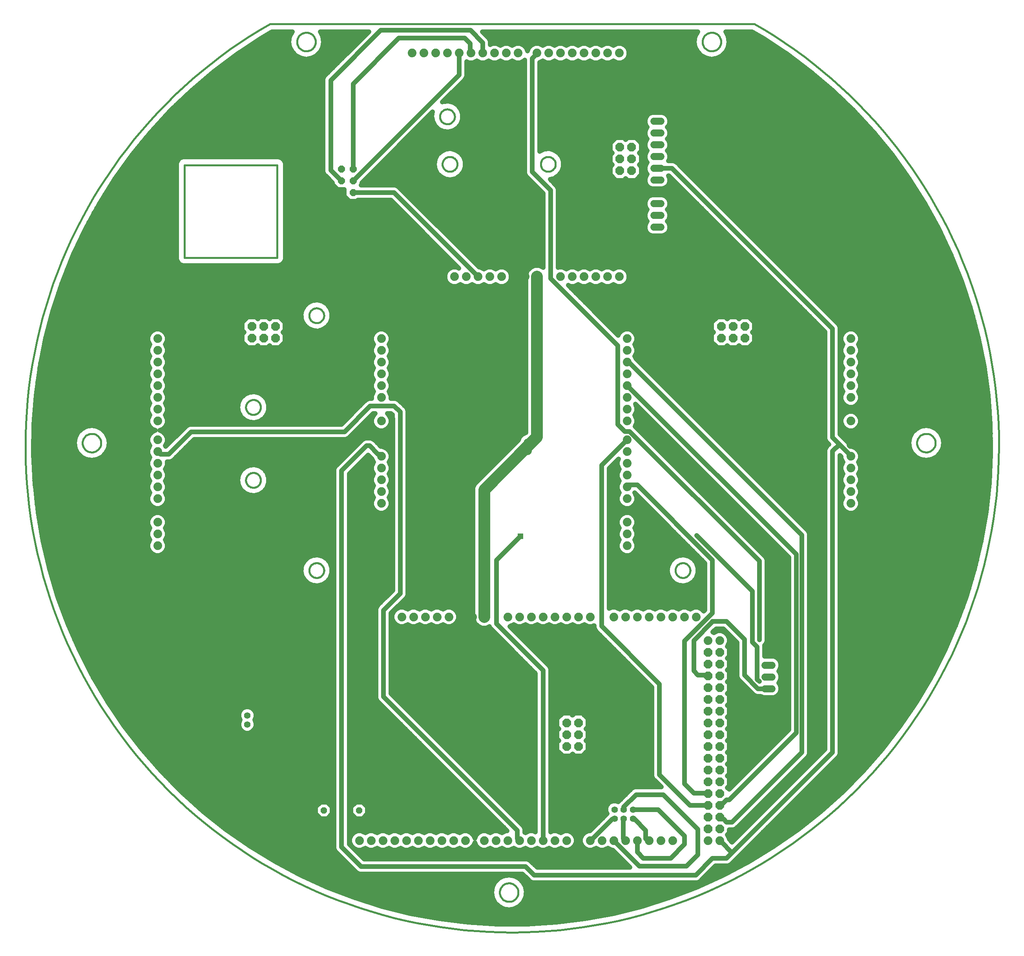
<source format=gtl>
G75*
%MOIN*%
%OFA0B0*%
%FSLAX24Y24*%
%IPPOS*%
%LPD*%
%AMOC8*
5,1,8,0,0,1.08239X$1,22.5*
%
%ADD10C,0.0160*%
%ADD11C,0.0740*%
%ADD12OC8,0.0740*%
%ADD13C,0.0600*%
%ADD14OC8,0.0600*%
%ADD15C,0.0554*%
%ADD16C,0.0705*%
%ADD17C,0.0600*%
%ADD18OC8,0.0520*%
%ADD19C,0.1000*%
%ADD20C,0.0400*%
%ADD21R,0.0591X0.0591*%
%ADD22C,0.0394*%
%ADD23C,0.0400*%
%ADD24R,0.0475X0.0475*%
D10*
X026639Y032780D02*
X026641Y032830D01*
X026647Y032880D01*
X026657Y032929D01*
X026671Y032977D01*
X026688Y033024D01*
X026709Y033069D01*
X026734Y033113D01*
X026762Y033154D01*
X026794Y033193D01*
X026828Y033230D01*
X026865Y033264D01*
X026905Y033294D01*
X026947Y033321D01*
X026991Y033345D01*
X027037Y033366D01*
X027084Y033382D01*
X027132Y033395D01*
X027182Y033404D01*
X027231Y033409D01*
X027282Y033410D01*
X027332Y033407D01*
X027381Y033400D01*
X027430Y033389D01*
X027478Y033374D01*
X027524Y033356D01*
X027569Y033334D01*
X027612Y033308D01*
X027653Y033279D01*
X027692Y033247D01*
X027728Y033212D01*
X027760Y033174D01*
X027790Y033134D01*
X027817Y033091D01*
X027840Y033047D01*
X027859Y033001D01*
X027875Y032953D01*
X027887Y032904D01*
X027895Y032855D01*
X027899Y032805D01*
X027899Y032755D01*
X027895Y032705D01*
X027887Y032656D01*
X027875Y032607D01*
X027859Y032559D01*
X027840Y032513D01*
X027817Y032469D01*
X027790Y032426D01*
X027760Y032386D01*
X027728Y032348D01*
X027692Y032313D01*
X027653Y032281D01*
X027612Y032252D01*
X027569Y032226D01*
X027524Y032204D01*
X027478Y032186D01*
X027430Y032171D01*
X027381Y032160D01*
X027332Y032153D01*
X027282Y032150D01*
X027231Y032151D01*
X027182Y032156D01*
X027132Y032165D01*
X027084Y032178D01*
X027037Y032194D01*
X026991Y032215D01*
X026947Y032239D01*
X026905Y032266D01*
X026865Y032296D01*
X026828Y032330D01*
X026794Y032367D01*
X026762Y032406D01*
X026734Y032447D01*
X026709Y032491D01*
X026688Y032536D01*
X026671Y032583D01*
X026657Y032631D01*
X026647Y032680D01*
X026641Y032730D01*
X026639Y032780D01*
X021261Y040446D02*
X021263Y040496D01*
X021269Y040546D01*
X021279Y040595D01*
X021293Y040643D01*
X021310Y040690D01*
X021331Y040735D01*
X021356Y040779D01*
X021384Y040820D01*
X021416Y040859D01*
X021450Y040896D01*
X021487Y040930D01*
X021527Y040960D01*
X021569Y040987D01*
X021613Y041011D01*
X021659Y041032D01*
X021706Y041048D01*
X021754Y041061D01*
X021804Y041070D01*
X021853Y041075D01*
X021904Y041076D01*
X021954Y041073D01*
X022003Y041066D01*
X022052Y041055D01*
X022100Y041040D01*
X022146Y041022D01*
X022191Y041000D01*
X022234Y040974D01*
X022275Y040945D01*
X022314Y040913D01*
X022350Y040878D01*
X022382Y040840D01*
X022412Y040800D01*
X022439Y040757D01*
X022462Y040713D01*
X022481Y040667D01*
X022497Y040619D01*
X022509Y040570D01*
X022517Y040521D01*
X022521Y040471D01*
X022521Y040421D01*
X022517Y040371D01*
X022509Y040322D01*
X022497Y040273D01*
X022481Y040225D01*
X022462Y040179D01*
X022439Y040135D01*
X022412Y040092D01*
X022382Y040052D01*
X022350Y040014D01*
X022314Y039979D01*
X022275Y039947D01*
X022234Y039918D01*
X022191Y039892D01*
X022146Y039870D01*
X022100Y039852D01*
X022052Y039837D01*
X022003Y039826D01*
X021954Y039819D01*
X021904Y039816D01*
X021853Y039817D01*
X021804Y039822D01*
X021754Y039831D01*
X021706Y039844D01*
X021659Y039860D01*
X021613Y039881D01*
X021569Y039905D01*
X021527Y039932D01*
X021487Y039962D01*
X021450Y039996D01*
X021416Y040033D01*
X021384Y040072D01*
X021356Y040113D01*
X021331Y040157D01*
X021310Y040202D01*
X021293Y040249D01*
X021279Y040297D01*
X021269Y040346D01*
X021263Y040396D01*
X021261Y040446D01*
X021261Y046643D02*
X021263Y046693D01*
X021269Y046743D01*
X021279Y046792D01*
X021293Y046840D01*
X021310Y046887D01*
X021331Y046932D01*
X021356Y046976D01*
X021384Y047017D01*
X021416Y047056D01*
X021450Y047093D01*
X021487Y047127D01*
X021527Y047157D01*
X021569Y047184D01*
X021613Y047208D01*
X021659Y047229D01*
X021706Y047245D01*
X021754Y047258D01*
X021804Y047267D01*
X021853Y047272D01*
X021904Y047273D01*
X021954Y047270D01*
X022003Y047263D01*
X022052Y047252D01*
X022100Y047237D01*
X022146Y047219D01*
X022191Y047197D01*
X022234Y047171D01*
X022275Y047142D01*
X022314Y047110D01*
X022350Y047075D01*
X022382Y047037D01*
X022412Y046997D01*
X022439Y046954D01*
X022462Y046910D01*
X022481Y046864D01*
X022497Y046816D01*
X022509Y046767D01*
X022517Y046718D01*
X022521Y046668D01*
X022521Y046618D01*
X022517Y046568D01*
X022509Y046519D01*
X022497Y046470D01*
X022481Y046422D01*
X022462Y046376D01*
X022439Y046332D01*
X022412Y046289D01*
X022382Y046249D01*
X022350Y046211D01*
X022314Y046176D01*
X022275Y046144D01*
X022234Y046115D01*
X022191Y046089D01*
X022146Y046067D01*
X022100Y046049D01*
X022052Y046034D01*
X022003Y046023D01*
X021954Y046016D01*
X021904Y046013D01*
X021853Y046014D01*
X021804Y046019D01*
X021754Y046028D01*
X021706Y046041D01*
X021659Y046057D01*
X021613Y046078D01*
X021569Y046102D01*
X021527Y046129D01*
X021487Y046159D01*
X021450Y046193D01*
X021416Y046230D01*
X021384Y046269D01*
X021356Y046310D01*
X021331Y046354D01*
X021310Y046399D01*
X021293Y046446D01*
X021279Y046494D01*
X021269Y046543D01*
X021263Y046593D01*
X021261Y046643D01*
X026639Y054434D02*
X026641Y054484D01*
X026647Y054534D01*
X026657Y054583D01*
X026671Y054631D01*
X026688Y054678D01*
X026709Y054723D01*
X026734Y054767D01*
X026762Y054808D01*
X026794Y054847D01*
X026828Y054884D01*
X026865Y054918D01*
X026905Y054948D01*
X026947Y054975D01*
X026991Y054999D01*
X027037Y055020D01*
X027084Y055036D01*
X027132Y055049D01*
X027182Y055058D01*
X027231Y055063D01*
X027282Y055064D01*
X027332Y055061D01*
X027381Y055054D01*
X027430Y055043D01*
X027478Y055028D01*
X027524Y055010D01*
X027569Y054988D01*
X027612Y054962D01*
X027653Y054933D01*
X027692Y054901D01*
X027728Y054866D01*
X027760Y054828D01*
X027790Y054788D01*
X027817Y054745D01*
X027840Y054701D01*
X027859Y054655D01*
X027875Y054607D01*
X027887Y054558D01*
X027895Y054509D01*
X027899Y054459D01*
X027899Y054409D01*
X027895Y054359D01*
X027887Y054310D01*
X027875Y054261D01*
X027859Y054213D01*
X027840Y054167D01*
X027817Y054123D01*
X027790Y054080D01*
X027760Y054040D01*
X027728Y054002D01*
X027692Y053967D01*
X027653Y053935D01*
X027612Y053906D01*
X027569Y053880D01*
X027524Y053858D01*
X027478Y053840D01*
X027430Y053825D01*
X027381Y053814D01*
X027332Y053807D01*
X027282Y053804D01*
X027231Y053805D01*
X027182Y053810D01*
X027132Y053819D01*
X027084Y053832D01*
X027037Y053848D01*
X026991Y053869D01*
X026947Y053893D01*
X026905Y053920D01*
X026865Y053950D01*
X026828Y053984D01*
X026794Y054021D01*
X026762Y054060D01*
X026734Y054101D01*
X026709Y054145D01*
X026688Y054190D01*
X026671Y054237D01*
X026657Y054285D01*
X026647Y054334D01*
X026641Y054384D01*
X026639Y054434D01*
X023922Y059355D02*
X016048Y059355D01*
X016048Y067229D01*
X023922Y067229D01*
X023922Y059355D01*
X037741Y071335D02*
X037743Y071385D01*
X037749Y071435D01*
X037759Y071484D01*
X037773Y071532D01*
X037790Y071579D01*
X037811Y071624D01*
X037836Y071668D01*
X037864Y071709D01*
X037896Y071748D01*
X037930Y071785D01*
X037967Y071819D01*
X038007Y071849D01*
X038049Y071876D01*
X038093Y071900D01*
X038139Y071921D01*
X038186Y071937D01*
X038234Y071950D01*
X038284Y071959D01*
X038333Y071964D01*
X038384Y071965D01*
X038434Y071962D01*
X038483Y071955D01*
X038532Y071944D01*
X038580Y071929D01*
X038626Y071911D01*
X038671Y071889D01*
X038714Y071863D01*
X038755Y071834D01*
X038794Y071802D01*
X038830Y071767D01*
X038862Y071729D01*
X038892Y071689D01*
X038919Y071646D01*
X038942Y071602D01*
X038961Y071556D01*
X038977Y071508D01*
X038989Y071459D01*
X038997Y071410D01*
X039001Y071360D01*
X039001Y071310D01*
X038997Y071260D01*
X038989Y071211D01*
X038977Y071162D01*
X038961Y071114D01*
X038942Y071068D01*
X038919Y071024D01*
X038892Y070981D01*
X038862Y070941D01*
X038830Y070903D01*
X038794Y070868D01*
X038755Y070836D01*
X038714Y070807D01*
X038671Y070781D01*
X038626Y070759D01*
X038580Y070741D01*
X038532Y070726D01*
X038483Y070715D01*
X038434Y070708D01*
X038384Y070705D01*
X038333Y070706D01*
X038284Y070711D01*
X038234Y070720D01*
X038186Y070733D01*
X038139Y070749D01*
X038093Y070770D01*
X038049Y070794D01*
X038007Y070821D01*
X037967Y070851D01*
X037930Y070885D01*
X037896Y070922D01*
X037864Y070961D01*
X037836Y071002D01*
X037811Y071046D01*
X037790Y071091D01*
X037773Y071138D01*
X037759Y071186D01*
X037749Y071235D01*
X037743Y071285D01*
X037741Y071335D01*
X037953Y067296D02*
X037955Y067346D01*
X037961Y067396D01*
X037971Y067445D01*
X037985Y067493D01*
X038002Y067540D01*
X038023Y067585D01*
X038048Y067629D01*
X038076Y067670D01*
X038108Y067709D01*
X038142Y067746D01*
X038179Y067780D01*
X038219Y067810D01*
X038261Y067837D01*
X038305Y067861D01*
X038351Y067882D01*
X038398Y067898D01*
X038446Y067911D01*
X038496Y067920D01*
X038545Y067925D01*
X038596Y067926D01*
X038646Y067923D01*
X038695Y067916D01*
X038744Y067905D01*
X038792Y067890D01*
X038838Y067872D01*
X038883Y067850D01*
X038926Y067824D01*
X038967Y067795D01*
X039006Y067763D01*
X039042Y067728D01*
X039074Y067690D01*
X039104Y067650D01*
X039131Y067607D01*
X039154Y067563D01*
X039173Y067517D01*
X039189Y067469D01*
X039201Y067420D01*
X039209Y067371D01*
X039213Y067321D01*
X039213Y067271D01*
X039209Y067221D01*
X039201Y067172D01*
X039189Y067123D01*
X039173Y067075D01*
X039154Y067029D01*
X039131Y066985D01*
X039104Y066942D01*
X039074Y066902D01*
X039042Y066864D01*
X039006Y066829D01*
X038967Y066797D01*
X038926Y066768D01*
X038883Y066742D01*
X038838Y066720D01*
X038792Y066702D01*
X038744Y066687D01*
X038695Y066676D01*
X038646Y066669D01*
X038596Y066666D01*
X038545Y066667D01*
X038496Y066672D01*
X038446Y066681D01*
X038398Y066694D01*
X038351Y066710D01*
X038305Y066731D01*
X038261Y066755D01*
X038219Y066782D01*
X038179Y066812D01*
X038142Y066846D01*
X038108Y066883D01*
X038076Y066922D01*
X038048Y066963D01*
X038023Y067007D01*
X038002Y067052D01*
X037985Y067099D01*
X037971Y067147D01*
X037961Y067196D01*
X037955Y067246D01*
X037953Y067296D01*
X046300Y067296D02*
X046302Y067346D01*
X046308Y067396D01*
X046318Y067445D01*
X046332Y067493D01*
X046349Y067540D01*
X046370Y067585D01*
X046395Y067629D01*
X046423Y067670D01*
X046455Y067709D01*
X046489Y067746D01*
X046526Y067780D01*
X046566Y067810D01*
X046608Y067837D01*
X046652Y067861D01*
X046698Y067882D01*
X046745Y067898D01*
X046793Y067911D01*
X046843Y067920D01*
X046892Y067925D01*
X046943Y067926D01*
X046993Y067923D01*
X047042Y067916D01*
X047091Y067905D01*
X047139Y067890D01*
X047185Y067872D01*
X047230Y067850D01*
X047273Y067824D01*
X047314Y067795D01*
X047353Y067763D01*
X047389Y067728D01*
X047421Y067690D01*
X047451Y067650D01*
X047478Y067607D01*
X047501Y067563D01*
X047520Y067517D01*
X047536Y067469D01*
X047548Y067420D01*
X047556Y067371D01*
X047560Y067321D01*
X047560Y067271D01*
X047556Y067221D01*
X047548Y067172D01*
X047536Y067123D01*
X047520Y067075D01*
X047501Y067029D01*
X047478Y066985D01*
X047451Y066942D01*
X047421Y066902D01*
X047389Y066864D01*
X047353Y066829D01*
X047314Y066797D01*
X047273Y066768D01*
X047230Y066742D01*
X047185Y066720D01*
X047139Y066702D01*
X047091Y066687D01*
X047042Y066676D01*
X046993Y066669D01*
X046943Y066666D01*
X046892Y066667D01*
X046843Y066672D01*
X046793Y066681D01*
X046745Y066694D01*
X046698Y066710D01*
X046652Y066731D01*
X046608Y066755D01*
X046566Y066782D01*
X046526Y066812D01*
X046489Y066846D01*
X046455Y066883D01*
X046423Y066922D01*
X046395Y066963D01*
X046370Y067007D01*
X046349Y067052D01*
X046332Y067099D01*
X046318Y067147D01*
X046308Y067196D01*
X046302Y067246D01*
X046300Y067296D01*
X060037Y077694D02*
X060039Y077750D01*
X060045Y077805D01*
X060055Y077859D01*
X060068Y077913D01*
X060086Y077966D01*
X060107Y078017D01*
X060131Y078067D01*
X060159Y078115D01*
X060191Y078161D01*
X060225Y078205D01*
X060263Y078246D01*
X060303Y078284D01*
X060346Y078319D01*
X060391Y078351D01*
X060439Y078380D01*
X060488Y078406D01*
X060539Y078428D01*
X060591Y078446D01*
X060645Y078460D01*
X060700Y078471D01*
X060755Y078478D01*
X060810Y078481D01*
X060866Y078480D01*
X060921Y078475D01*
X060976Y078466D01*
X061030Y078454D01*
X061083Y078437D01*
X061135Y078417D01*
X061185Y078393D01*
X061233Y078366D01*
X061280Y078336D01*
X061324Y078302D01*
X061366Y078265D01*
X061404Y078225D01*
X061441Y078183D01*
X061474Y078138D01*
X061503Y078092D01*
X061530Y078043D01*
X061552Y077992D01*
X061572Y077940D01*
X061587Y077886D01*
X061599Y077832D01*
X061607Y077777D01*
X061611Y077722D01*
X061611Y077666D01*
X061607Y077611D01*
X061599Y077556D01*
X061587Y077502D01*
X061572Y077448D01*
X061552Y077396D01*
X061530Y077345D01*
X061503Y077296D01*
X061474Y077250D01*
X061441Y077205D01*
X061404Y077163D01*
X061366Y077123D01*
X061324Y077086D01*
X061280Y077052D01*
X061233Y077022D01*
X061185Y076995D01*
X061135Y076971D01*
X061083Y076951D01*
X061030Y076934D01*
X060976Y076922D01*
X060921Y076913D01*
X060866Y076908D01*
X060810Y076907D01*
X060755Y076910D01*
X060700Y076917D01*
X060645Y076928D01*
X060591Y076942D01*
X060539Y076960D01*
X060488Y076982D01*
X060439Y077008D01*
X060391Y077037D01*
X060346Y077069D01*
X060303Y077104D01*
X060263Y077142D01*
X060225Y077183D01*
X060191Y077227D01*
X060159Y077273D01*
X060131Y077321D01*
X060107Y077371D01*
X060086Y077422D01*
X060068Y077475D01*
X060055Y077529D01*
X060045Y077583D01*
X060039Y077638D01*
X060037Y077694D01*
X064438Y079225D02*
X023304Y079225D01*
X025604Y077694D02*
X025606Y077750D01*
X025612Y077805D01*
X025622Y077859D01*
X025635Y077913D01*
X025653Y077966D01*
X025674Y078017D01*
X025698Y078067D01*
X025726Y078115D01*
X025758Y078161D01*
X025792Y078205D01*
X025830Y078246D01*
X025870Y078284D01*
X025913Y078319D01*
X025958Y078351D01*
X026006Y078380D01*
X026055Y078406D01*
X026106Y078428D01*
X026158Y078446D01*
X026212Y078460D01*
X026267Y078471D01*
X026322Y078478D01*
X026377Y078481D01*
X026433Y078480D01*
X026488Y078475D01*
X026543Y078466D01*
X026597Y078454D01*
X026650Y078437D01*
X026702Y078417D01*
X026752Y078393D01*
X026800Y078366D01*
X026847Y078336D01*
X026891Y078302D01*
X026933Y078265D01*
X026971Y078225D01*
X027008Y078183D01*
X027041Y078138D01*
X027070Y078092D01*
X027097Y078043D01*
X027119Y077992D01*
X027139Y077940D01*
X027154Y077886D01*
X027166Y077832D01*
X027174Y077777D01*
X027178Y077722D01*
X027178Y077666D01*
X027174Y077611D01*
X027166Y077556D01*
X027154Y077502D01*
X027139Y077448D01*
X027119Y077396D01*
X027097Y077345D01*
X027070Y077296D01*
X027041Y077250D01*
X027008Y077205D01*
X026971Y077163D01*
X026933Y077123D01*
X026891Y077086D01*
X026847Y077052D01*
X026800Y077022D01*
X026752Y076995D01*
X026702Y076971D01*
X026650Y076951D01*
X026597Y076934D01*
X026543Y076922D01*
X026488Y076913D01*
X026433Y076908D01*
X026377Y076907D01*
X026322Y076910D01*
X026267Y076917D01*
X026212Y076928D01*
X026158Y076942D01*
X026106Y076960D01*
X026055Y076982D01*
X026006Y077008D01*
X025958Y077037D01*
X025913Y077069D01*
X025870Y077104D01*
X025830Y077142D01*
X025792Y077183D01*
X025758Y077227D01*
X025726Y077273D01*
X025698Y077321D01*
X025674Y077371D01*
X025653Y077422D01*
X025635Y077475D01*
X025622Y077529D01*
X025612Y077583D01*
X025606Y077638D01*
X025604Y077694D01*
X007387Y043607D02*
X007389Y043663D01*
X007395Y043718D01*
X007405Y043772D01*
X007418Y043826D01*
X007436Y043879D01*
X007457Y043930D01*
X007481Y043980D01*
X007509Y044028D01*
X007541Y044074D01*
X007575Y044118D01*
X007613Y044159D01*
X007653Y044197D01*
X007696Y044232D01*
X007741Y044264D01*
X007789Y044293D01*
X007838Y044319D01*
X007889Y044341D01*
X007941Y044359D01*
X007995Y044373D01*
X008050Y044384D01*
X008105Y044391D01*
X008160Y044394D01*
X008216Y044393D01*
X008271Y044388D01*
X008326Y044379D01*
X008380Y044367D01*
X008433Y044350D01*
X008485Y044330D01*
X008535Y044306D01*
X008583Y044279D01*
X008630Y044249D01*
X008674Y044215D01*
X008716Y044178D01*
X008754Y044138D01*
X008791Y044096D01*
X008824Y044051D01*
X008853Y044005D01*
X008880Y043956D01*
X008902Y043905D01*
X008922Y043853D01*
X008937Y043799D01*
X008949Y043745D01*
X008957Y043690D01*
X008961Y043635D01*
X008961Y043579D01*
X008957Y043524D01*
X008949Y043469D01*
X008937Y043415D01*
X008922Y043361D01*
X008902Y043309D01*
X008880Y043258D01*
X008853Y043209D01*
X008824Y043163D01*
X008791Y043118D01*
X008754Y043076D01*
X008716Y043036D01*
X008674Y042999D01*
X008630Y042965D01*
X008583Y042935D01*
X008535Y042908D01*
X008485Y042884D01*
X008433Y042864D01*
X008380Y042847D01*
X008326Y042835D01*
X008271Y042826D01*
X008216Y042821D01*
X008160Y042820D01*
X008105Y042823D01*
X008050Y042830D01*
X007995Y042841D01*
X007941Y042855D01*
X007889Y042873D01*
X007838Y042895D01*
X007789Y042921D01*
X007741Y042950D01*
X007696Y042982D01*
X007653Y043017D01*
X007613Y043055D01*
X007575Y043096D01*
X007541Y043140D01*
X007509Y043186D01*
X007481Y043234D01*
X007457Y043284D01*
X007436Y043335D01*
X007418Y043388D01*
X007405Y043442D01*
X007395Y043496D01*
X007389Y043551D01*
X007387Y043607D01*
X023304Y079226D02*
X022432Y078711D01*
X021573Y078175D01*
X020727Y077619D01*
X019895Y077042D01*
X019077Y076444D01*
X018274Y075827D01*
X017487Y075191D01*
X016716Y074535D01*
X015960Y073860D01*
X015222Y073168D01*
X014501Y072457D01*
X013797Y071729D01*
X013111Y070984D01*
X012444Y070222D01*
X011796Y069445D01*
X011167Y068651D01*
X010557Y067843D01*
X009968Y067019D01*
X009399Y066182D01*
X008850Y065331D01*
X008323Y064467D01*
X007817Y063590D01*
X007332Y062701D01*
X006870Y061800D01*
X006429Y060888D01*
X006011Y059966D01*
X005616Y059034D01*
X005244Y058092D01*
X004895Y057142D01*
X004569Y056183D01*
X004267Y055216D01*
X003989Y054243D01*
X003734Y053263D01*
X003504Y052277D01*
X003298Y051286D01*
X003116Y050289D01*
X002959Y049289D01*
X002826Y048285D01*
X002718Y047279D01*
X002634Y046270D01*
X002575Y045259D01*
X002541Y044247D01*
X002532Y043234D01*
X002548Y042222D01*
X002588Y041210D01*
X002653Y040200D01*
X002743Y039191D01*
X002858Y038185D01*
X002997Y037182D01*
X003161Y036183D01*
X003349Y035188D01*
X003561Y034198D01*
X003798Y033214D01*
X004059Y032235D01*
X004343Y031264D01*
X004651Y030299D01*
X004983Y029343D01*
X005338Y028394D01*
X005717Y027455D01*
X006118Y026525D01*
X006542Y025606D01*
X006988Y024697D01*
X007456Y023799D01*
X007946Y022913D01*
X008458Y022039D01*
X008991Y021179D01*
X009545Y020331D01*
X010119Y019497D01*
X010714Y018678D01*
X011328Y017873D01*
X011963Y017084D01*
X012616Y016310D01*
X013288Y015553D01*
X013978Y014812D01*
X014686Y014088D01*
X015412Y013382D01*
X016155Y012694D01*
X016915Y012025D01*
X017690Y011374D01*
X018482Y010742D01*
X019288Y010130D01*
X020110Y009538D01*
X020945Y008966D01*
X021795Y008415D01*
X022657Y007885D01*
X023533Y007376D01*
X024420Y006889D01*
X025319Y006423D01*
X026230Y005980D01*
X027151Y005559D01*
X028082Y005161D01*
X029022Y004786D01*
X029971Y004434D01*
X030929Y004105D01*
X031895Y003800D01*
X032867Y003518D01*
X033846Y003261D01*
X034832Y003027D01*
X035822Y002818D01*
X036818Y002633D01*
X037818Y002473D01*
X038821Y002337D01*
X039827Y002225D01*
X040836Y002139D01*
X041847Y002077D01*
X042859Y002039D01*
X043871Y002027D01*
X044883Y002039D01*
X045895Y002077D01*
X046906Y002139D01*
X047915Y002225D01*
X048921Y002337D01*
X049924Y002473D01*
X050924Y002633D01*
X051920Y002818D01*
X052910Y003027D01*
X053896Y003261D01*
X054875Y003518D01*
X055847Y003800D01*
X056813Y004105D01*
X057771Y004434D01*
X058720Y004786D01*
X059660Y005161D01*
X060591Y005559D01*
X061512Y005980D01*
X062423Y006423D01*
X063322Y006889D01*
X064209Y007376D01*
X065085Y007885D01*
X065947Y008415D01*
X066797Y008966D01*
X067632Y009538D01*
X068454Y010130D01*
X069260Y010742D01*
X070052Y011374D01*
X070827Y012025D01*
X071587Y012694D01*
X072330Y013382D01*
X073056Y014088D01*
X073764Y014812D01*
X074454Y015553D01*
X075126Y016310D01*
X075779Y017084D01*
X076414Y017873D01*
X077028Y018678D01*
X077623Y019497D01*
X078197Y020331D01*
X078751Y021179D01*
X079284Y022039D01*
X079796Y022913D01*
X080286Y023799D01*
X080754Y024697D01*
X081200Y025606D01*
X081624Y026525D01*
X082025Y027455D01*
X082404Y028394D01*
X082759Y029343D01*
X083091Y030299D01*
X083399Y031264D01*
X083683Y032235D01*
X083944Y033214D01*
X084181Y034198D01*
X084393Y035188D01*
X084581Y036183D01*
X084745Y037182D01*
X084884Y038185D01*
X084999Y039191D01*
X085089Y040200D01*
X085154Y041210D01*
X085194Y042222D01*
X085210Y043234D01*
X085201Y044247D01*
X085167Y045259D01*
X085108Y046270D01*
X085024Y047279D01*
X084916Y048285D01*
X084783Y049289D01*
X084626Y050289D01*
X084444Y051286D01*
X084238Y052277D01*
X084008Y053263D01*
X083753Y054243D01*
X083475Y055216D01*
X083173Y056183D01*
X082847Y057142D01*
X082498Y058092D01*
X082126Y059034D01*
X081731Y059966D01*
X081313Y060888D01*
X080872Y061800D01*
X080410Y062701D01*
X079925Y063590D01*
X079419Y064467D01*
X078892Y065331D01*
X078343Y066182D01*
X077774Y067019D01*
X077185Y067843D01*
X076575Y068651D01*
X075946Y069445D01*
X075298Y070222D01*
X074631Y070984D01*
X073945Y071729D01*
X073241Y072457D01*
X072520Y073168D01*
X071782Y073860D01*
X071026Y074535D01*
X070255Y075191D01*
X069468Y075827D01*
X068665Y076444D01*
X067847Y077042D01*
X067015Y077619D01*
X066169Y078175D01*
X065310Y078711D01*
X064438Y079226D01*
X078253Y043607D02*
X078255Y043663D01*
X078261Y043718D01*
X078271Y043772D01*
X078284Y043826D01*
X078302Y043879D01*
X078323Y043930D01*
X078347Y043980D01*
X078375Y044028D01*
X078407Y044074D01*
X078441Y044118D01*
X078479Y044159D01*
X078519Y044197D01*
X078562Y044232D01*
X078607Y044264D01*
X078655Y044293D01*
X078704Y044319D01*
X078755Y044341D01*
X078807Y044359D01*
X078861Y044373D01*
X078916Y044384D01*
X078971Y044391D01*
X079026Y044394D01*
X079082Y044393D01*
X079137Y044388D01*
X079192Y044379D01*
X079246Y044367D01*
X079299Y044350D01*
X079351Y044330D01*
X079401Y044306D01*
X079449Y044279D01*
X079496Y044249D01*
X079540Y044215D01*
X079582Y044178D01*
X079620Y044138D01*
X079657Y044096D01*
X079690Y044051D01*
X079719Y044005D01*
X079746Y043956D01*
X079768Y043905D01*
X079788Y043853D01*
X079803Y043799D01*
X079815Y043745D01*
X079823Y043690D01*
X079827Y043635D01*
X079827Y043579D01*
X079823Y043524D01*
X079815Y043469D01*
X079803Y043415D01*
X079788Y043361D01*
X079768Y043309D01*
X079746Y043258D01*
X079719Y043209D01*
X079690Y043163D01*
X079657Y043118D01*
X079620Y043076D01*
X079582Y043036D01*
X079540Y042999D01*
X079496Y042965D01*
X079449Y042935D01*
X079401Y042908D01*
X079351Y042884D01*
X079299Y042864D01*
X079246Y042847D01*
X079192Y042835D01*
X079137Y042826D01*
X079082Y042821D01*
X079026Y042820D01*
X078971Y042823D01*
X078916Y042830D01*
X078861Y042841D01*
X078807Y042855D01*
X078755Y042873D01*
X078704Y042895D01*
X078655Y042921D01*
X078607Y042950D01*
X078562Y042982D01*
X078519Y043017D01*
X078479Y043055D01*
X078441Y043096D01*
X078407Y043140D01*
X078375Y043186D01*
X078347Y043234D01*
X078323Y043284D01*
X078302Y043335D01*
X078284Y043388D01*
X078271Y043442D01*
X078261Y043496D01*
X078255Y043551D01*
X078253Y043607D01*
X057741Y032780D02*
X057743Y032830D01*
X057749Y032880D01*
X057759Y032929D01*
X057773Y032977D01*
X057790Y033024D01*
X057811Y033069D01*
X057836Y033113D01*
X057864Y033154D01*
X057896Y033193D01*
X057930Y033230D01*
X057967Y033264D01*
X058007Y033294D01*
X058049Y033321D01*
X058093Y033345D01*
X058139Y033366D01*
X058186Y033382D01*
X058234Y033395D01*
X058284Y033404D01*
X058333Y033409D01*
X058384Y033410D01*
X058434Y033407D01*
X058483Y033400D01*
X058532Y033389D01*
X058580Y033374D01*
X058626Y033356D01*
X058671Y033334D01*
X058714Y033308D01*
X058755Y033279D01*
X058794Y033247D01*
X058830Y033212D01*
X058862Y033174D01*
X058892Y033134D01*
X058919Y033091D01*
X058942Y033047D01*
X058961Y033001D01*
X058977Y032953D01*
X058989Y032904D01*
X058997Y032855D01*
X059001Y032805D01*
X059001Y032755D01*
X058997Y032705D01*
X058989Y032656D01*
X058977Y032607D01*
X058961Y032559D01*
X058942Y032513D01*
X058919Y032469D01*
X058892Y032426D01*
X058862Y032386D01*
X058830Y032348D01*
X058794Y032313D01*
X058755Y032281D01*
X058714Y032252D01*
X058671Y032226D01*
X058626Y032204D01*
X058580Y032186D01*
X058532Y032171D01*
X058483Y032160D01*
X058434Y032153D01*
X058384Y032150D01*
X058333Y032151D01*
X058284Y032156D01*
X058234Y032165D01*
X058186Y032178D01*
X058139Y032194D01*
X058093Y032215D01*
X058049Y032239D01*
X058007Y032266D01*
X057967Y032296D01*
X057930Y032330D01*
X057896Y032367D01*
X057864Y032406D01*
X057836Y032447D01*
X057811Y032491D01*
X057790Y032536D01*
X057773Y032583D01*
X057759Y032631D01*
X057749Y032680D01*
X057743Y032730D01*
X057741Y032780D01*
X042820Y005418D02*
X042822Y005474D01*
X042828Y005529D01*
X042838Y005583D01*
X042851Y005637D01*
X042869Y005690D01*
X042890Y005741D01*
X042914Y005791D01*
X042942Y005839D01*
X042974Y005885D01*
X043008Y005929D01*
X043046Y005970D01*
X043086Y006008D01*
X043129Y006043D01*
X043174Y006075D01*
X043222Y006104D01*
X043271Y006130D01*
X043322Y006152D01*
X043374Y006170D01*
X043428Y006184D01*
X043483Y006195D01*
X043538Y006202D01*
X043593Y006205D01*
X043649Y006204D01*
X043704Y006199D01*
X043759Y006190D01*
X043813Y006178D01*
X043866Y006161D01*
X043918Y006141D01*
X043968Y006117D01*
X044016Y006090D01*
X044063Y006060D01*
X044107Y006026D01*
X044149Y005989D01*
X044187Y005949D01*
X044224Y005907D01*
X044257Y005862D01*
X044286Y005816D01*
X044313Y005767D01*
X044335Y005716D01*
X044355Y005664D01*
X044370Y005610D01*
X044382Y005556D01*
X044390Y005501D01*
X044394Y005446D01*
X044394Y005390D01*
X044390Y005335D01*
X044382Y005280D01*
X044370Y005226D01*
X044355Y005172D01*
X044335Y005120D01*
X044313Y005069D01*
X044286Y005020D01*
X044257Y004974D01*
X044224Y004929D01*
X044187Y004887D01*
X044149Y004847D01*
X044107Y004810D01*
X044063Y004776D01*
X044016Y004746D01*
X043968Y004719D01*
X043918Y004695D01*
X043866Y004675D01*
X043813Y004658D01*
X043759Y004646D01*
X043704Y004637D01*
X043649Y004632D01*
X043593Y004631D01*
X043538Y004634D01*
X043483Y004641D01*
X043428Y004652D01*
X043374Y004666D01*
X043322Y004684D01*
X043271Y004706D01*
X043222Y004732D01*
X043174Y004761D01*
X043129Y004793D01*
X043086Y004828D01*
X043046Y004866D01*
X043008Y004907D01*
X042974Y004951D01*
X042942Y004997D01*
X042914Y005045D01*
X042890Y005095D01*
X042869Y005146D01*
X042851Y005199D01*
X042838Y005253D01*
X042828Y005307D01*
X042822Y005362D01*
X042820Y005418D01*
D11*
X042501Y009828D03*
X043501Y009828D03*
X044501Y009828D03*
X045501Y009828D03*
X046501Y009828D03*
X047501Y009828D03*
X048501Y009828D03*
X050501Y009828D03*
X051501Y009828D03*
X052501Y009828D03*
X053501Y009828D03*
X054501Y009828D03*
X055501Y009828D03*
X056501Y009828D03*
X057501Y009828D03*
X060501Y009828D03*
X061501Y009828D03*
X061501Y026828D03*
X060501Y026828D03*
X059501Y028828D03*
X058501Y028828D03*
X057501Y028828D03*
X056501Y028828D03*
X055501Y028828D03*
X054501Y028828D03*
X053501Y028828D03*
X052501Y028828D03*
X050501Y028828D03*
X049501Y028828D03*
X048501Y028828D03*
X047501Y028828D03*
X046501Y028828D03*
X045501Y028828D03*
X044501Y028828D03*
X043501Y028828D03*
X041501Y028828D03*
X040501Y028828D03*
X039501Y028828D03*
X038501Y028828D03*
X037501Y028828D03*
X036501Y028828D03*
X035501Y028828D03*
X034501Y028828D03*
X032765Y038465D03*
X032765Y039465D03*
X032765Y040465D03*
X032765Y041465D03*
X032765Y042465D03*
X032765Y043465D03*
X032765Y044465D03*
X032765Y045465D03*
X032765Y047465D03*
X032765Y048465D03*
X032765Y049465D03*
X032765Y050465D03*
X032765Y051465D03*
X032765Y052465D03*
X038980Y057732D03*
X039980Y057732D03*
X040980Y057732D03*
X041980Y057732D03*
X042980Y057732D03*
X043980Y057732D03*
X044980Y057732D03*
X045980Y057732D03*
X047980Y057732D03*
X048980Y057732D03*
X049980Y057732D03*
X050980Y057732D03*
X051980Y057732D03*
X052980Y057732D03*
X053639Y052465D03*
X053639Y051465D03*
X053639Y050465D03*
X053639Y049465D03*
X053639Y048465D03*
X053639Y047465D03*
X053639Y046465D03*
X053639Y045465D03*
X053639Y043865D03*
X053639Y042865D03*
X053639Y041865D03*
X053639Y040865D03*
X053639Y039865D03*
X053639Y038865D03*
X053639Y037865D03*
X053639Y036865D03*
X053639Y035865D03*
X053639Y034865D03*
X072639Y038465D03*
X072639Y039465D03*
X072639Y040465D03*
X072639Y041465D03*
X072639Y042465D03*
X072639Y043465D03*
X072639Y044465D03*
X072639Y045465D03*
X072639Y047465D03*
X072639Y048465D03*
X072639Y049465D03*
X072639Y050465D03*
X072639Y051465D03*
X072639Y052465D03*
X052980Y076732D03*
X051980Y076732D03*
X050980Y076732D03*
X049980Y076732D03*
X048980Y076732D03*
X047980Y076732D03*
X046980Y076732D03*
X045980Y076732D03*
X044380Y076732D03*
X043380Y076732D03*
X042380Y076732D03*
X041380Y076732D03*
X040380Y076732D03*
X039380Y076732D03*
X038380Y076732D03*
X037380Y076732D03*
X036380Y076732D03*
X035380Y076732D03*
X013765Y052465D03*
X013765Y051465D03*
X013765Y050465D03*
X013765Y049465D03*
X013765Y048465D03*
X013765Y047465D03*
X013765Y046465D03*
X013765Y045465D03*
X013765Y043865D03*
X013765Y042865D03*
X013765Y041865D03*
X013765Y040865D03*
X013765Y039865D03*
X013765Y038865D03*
X013765Y037865D03*
X013765Y036865D03*
X013765Y035865D03*
X013765Y034865D03*
X030901Y009828D03*
X031901Y009828D03*
X032901Y009828D03*
X033901Y009828D03*
X034901Y009828D03*
X035901Y009828D03*
X036901Y009828D03*
X037901Y009828D03*
X038901Y009828D03*
X039901Y009828D03*
X041501Y009828D03*
D12*
X048501Y017828D03*
X048501Y018828D03*
X048501Y019828D03*
X049501Y019828D03*
X049501Y018828D03*
X049501Y017828D03*
X060501Y017828D03*
X060501Y018828D03*
X060501Y019828D03*
X060501Y020828D03*
X060501Y021828D03*
X060501Y022828D03*
X061501Y022828D03*
X061501Y021828D03*
X061501Y020828D03*
X061501Y019828D03*
X061501Y018828D03*
X061501Y017828D03*
X061501Y016828D03*
X060501Y016828D03*
X060501Y015828D03*
X061501Y015828D03*
X061501Y014828D03*
X060501Y014828D03*
X060501Y013828D03*
X061501Y013828D03*
X061501Y012828D03*
X060501Y012828D03*
X060501Y011828D03*
X061501Y011828D03*
X061501Y010828D03*
X060501Y010828D03*
X060501Y023828D03*
X060501Y024828D03*
X060501Y025828D03*
X061501Y025828D03*
X061501Y024828D03*
X061501Y023828D03*
X061639Y052515D03*
X062639Y052515D03*
X063639Y052515D03*
X063639Y053515D03*
X062639Y053515D03*
X061639Y053515D03*
X054030Y066732D03*
X053030Y066732D03*
X053030Y067732D03*
X054030Y067732D03*
X054030Y068732D03*
X053030Y068732D03*
X023765Y053515D03*
X023765Y052515D03*
X022765Y052515D03*
X022765Y053515D03*
X021765Y053515D03*
X021765Y052515D03*
D13*
X029366Y064880D03*
D14*
X029366Y065880D03*
X030366Y065880D03*
X030366Y064880D03*
X030366Y066880D03*
X029366Y066880D03*
D15*
X021386Y020461D03*
X021386Y019673D03*
X052567Y012461D03*
X052567Y011674D03*
X053355Y011674D03*
X053355Y012461D03*
X054142Y012461D03*
X054142Y011674D03*
D16*
X045184Y042954D02*
X045184Y043659D01*
X043215Y043659D02*
X043215Y042954D01*
D17*
X055906Y061942D02*
X056506Y061942D01*
X056506Y062942D02*
X055906Y062942D01*
X055906Y063942D02*
X056506Y063942D01*
X056506Y064942D02*
X055906Y064942D01*
X055906Y065942D02*
X056506Y065942D01*
X056506Y066942D02*
X055906Y066942D01*
X055906Y067942D02*
X056506Y067942D01*
X056506Y068942D02*
X055906Y068942D01*
X055906Y069942D02*
X056506Y069942D01*
X056506Y070942D02*
X055906Y070942D01*
X065355Y024729D02*
X065955Y024729D01*
X065955Y023729D02*
X065355Y023729D01*
X065355Y022729D02*
X065955Y022729D01*
X065955Y021729D02*
X065355Y021729D01*
D18*
X030895Y012389D03*
X027895Y012389D03*
D19*
X041501Y028828D02*
X041501Y039623D01*
X045184Y043306D01*
X045980Y044102D01*
X045980Y057732D01*
D20*
X028759Y014915D02*
X014852Y014915D01*
X015245Y014517D02*
X028759Y014517D01*
X028759Y014118D02*
X015638Y014118D01*
X015805Y013948D02*
X014065Y015712D01*
X012436Y017579D01*
X010924Y019542D01*
X009534Y021593D01*
X008271Y023725D01*
X007141Y025930D01*
X006147Y028199D01*
X005293Y030525D01*
X004583Y032899D01*
X004018Y035312D01*
X003602Y037754D01*
X003335Y040217D01*
X003218Y042692D01*
X003253Y045170D01*
X003438Y047641D01*
X003773Y050096D01*
X004258Y052526D01*
X004889Y054922D01*
X005665Y057275D01*
X006584Y059576D01*
X007640Y061817D01*
X008831Y063990D01*
X010153Y066086D01*
X011599Y068098D01*
X013166Y070017D01*
X014846Y071838D01*
X016634Y073553D01*
X016634Y073553D01*
X018523Y075156D01*
X020507Y076641D01*
X022577Y078003D01*
X023491Y078545D01*
X025198Y078545D01*
X024995Y078147D01*
X024923Y077694D01*
X024923Y077694D01*
X024995Y077240D01*
X025203Y076831D01*
X025528Y076507D01*
X025937Y076298D01*
X025937Y076298D01*
X026391Y076226D01*
X026844Y076298D01*
X027253Y076507D01*
X027253Y076507D01*
X027578Y076831D01*
X027786Y077240D01*
X027786Y077240D01*
X027858Y077694D01*
X027786Y078147D01*
X027786Y078147D01*
X027583Y078545D01*
X031701Y078545D01*
X027923Y074768D01*
X027826Y074532D01*
X027826Y066652D01*
X027923Y066417D01*
X028103Y066237D01*
X028626Y065714D01*
X028626Y065573D01*
X029059Y065140D01*
X029626Y065140D01*
X029626Y064573D01*
X030059Y064140D01*
X030672Y064140D01*
X030772Y064240D01*
X033567Y064240D01*
X039352Y058455D01*
X039141Y058542D01*
X038819Y058542D01*
X038521Y058419D01*
X038293Y058191D01*
X038170Y057894D01*
X038170Y057571D01*
X038293Y057274D01*
X038521Y057046D01*
X038819Y056922D01*
X039141Y056922D01*
X039438Y057046D01*
X039480Y057087D01*
X039521Y057046D01*
X039819Y056922D01*
X040141Y056922D01*
X040438Y057046D01*
X040480Y057087D01*
X040521Y057046D01*
X040819Y056922D01*
X041141Y056922D01*
X041438Y057046D01*
X041480Y057087D01*
X041521Y057046D01*
X041819Y056922D01*
X042141Y056922D01*
X042438Y057046D01*
X042480Y057087D01*
X042521Y057046D01*
X042819Y056922D01*
X043141Y056922D01*
X043438Y057046D01*
X043666Y057274D01*
X043790Y057571D01*
X043790Y057894D01*
X043666Y058191D01*
X043438Y058419D01*
X043141Y058542D01*
X042819Y058542D01*
X042521Y058419D01*
X042480Y058378D01*
X042438Y058419D01*
X042141Y058542D01*
X041819Y058542D01*
X041521Y058419D01*
X041480Y058378D01*
X041438Y058419D01*
X041141Y058542D01*
X041075Y058542D01*
X034195Y065422D01*
X033960Y065520D01*
X031052Y065520D01*
X031106Y065573D01*
X031106Y065714D01*
X037128Y071737D01*
X037061Y071335D01*
X037132Y070910D01*
X037337Y070531D01*
X037654Y070239D01*
X038049Y070066D01*
X038479Y070030D01*
X038897Y070136D01*
X039258Y070372D01*
X039523Y070712D01*
X039663Y071120D01*
X039663Y071551D01*
X039523Y071959D01*
X039258Y072299D01*
X044939Y072299D01*
X044939Y071901D02*
X039543Y071901D01*
X039663Y071502D02*
X044939Y071502D01*
X044939Y071104D02*
X039657Y071104D01*
X039518Y070705D02*
X044939Y070705D01*
X044939Y070307D02*
X039158Y070307D01*
X037581Y070307D02*
X035698Y070307D01*
X036096Y070705D02*
X037243Y070705D01*
X037100Y071104D02*
X036495Y071104D01*
X036893Y071502D02*
X037089Y071502D01*
X037955Y072564D02*
X039742Y074351D01*
X039922Y074531D01*
X040020Y074766D01*
X040020Y076005D01*
X040219Y075922D01*
X040541Y075922D01*
X040838Y076046D01*
X040880Y076087D01*
X040921Y076046D01*
X041219Y075922D01*
X041541Y075922D01*
X041838Y076046D01*
X041880Y076087D01*
X041921Y076046D01*
X042219Y075922D01*
X042541Y075922D01*
X042838Y076046D01*
X042880Y076087D01*
X042921Y076046D01*
X043219Y075922D01*
X043541Y075922D01*
X043838Y076046D01*
X043880Y076087D01*
X043921Y076046D01*
X044219Y075922D01*
X044541Y075922D01*
X044838Y076046D01*
X044939Y076146D01*
X044939Y066512D01*
X045036Y066278D01*
X045215Y066099D01*
X046514Y064800D01*
X046514Y058528D01*
X046512Y058529D01*
X046167Y058672D01*
X045793Y058672D01*
X045447Y058529D01*
X045183Y058265D01*
X045040Y057919D01*
X045040Y044492D01*
X044980Y044432D01*
X044735Y044331D01*
X044512Y044108D01*
X044410Y043862D01*
X040968Y040420D01*
X040704Y040156D01*
X040561Y039810D01*
X040561Y028641D01*
X040704Y028295D01*
X040968Y028031D01*
X041314Y027888D01*
X041688Y027888D01*
X041956Y027998D01*
X042005Y027879D01*
X042185Y027699D01*
X045861Y024023D01*
X045861Y010555D01*
X045662Y010638D01*
X045340Y010638D01*
X045042Y010514D01*
X045001Y010473D01*
X044960Y010514D01*
X044954Y010516D01*
X044954Y010812D01*
X044858Y011046D01*
X044678Y011225D01*
X033586Y022317D01*
X033586Y029132D01*
X034910Y030456D01*
X035007Y030690D01*
X035007Y045676D01*
X035010Y045683D01*
X035010Y046361D01*
X034912Y046597D01*
X034732Y046777D01*
X034218Y047292D01*
X033982Y047389D01*
X033575Y047389D01*
X033575Y047626D01*
X033451Y047924D01*
X033410Y047965D01*
X033451Y048007D01*
X033575Y048304D01*
X033575Y048626D01*
X033451Y048924D01*
X033410Y048965D01*
X033451Y049007D01*
X033575Y049304D01*
X033575Y049626D01*
X033451Y049924D01*
X033410Y049965D01*
X033451Y050007D01*
X033575Y050304D01*
X033575Y050626D01*
X033451Y050924D01*
X033410Y050965D01*
X033451Y051007D01*
X033575Y051304D01*
X033575Y051626D01*
X033451Y051924D01*
X033410Y051965D01*
X033451Y052007D01*
X033575Y052304D01*
X033575Y052626D01*
X033451Y052924D01*
X033223Y053152D01*
X032926Y053275D01*
X032603Y053275D01*
X032306Y053152D01*
X032078Y052924D01*
X031955Y052626D01*
X031955Y052304D01*
X032078Y052007D01*
X032119Y051965D01*
X032078Y051924D01*
X031955Y051626D01*
X031955Y051304D01*
X032078Y051007D01*
X032119Y050965D01*
X032078Y050924D01*
X031955Y050626D01*
X031955Y050304D01*
X032078Y050007D01*
X032119Y049965D01*
X032078Y049924D01*
X031955Y049626D01*
X031955Y049304D01*
X032078Y049007D01*
X032119Y048965D01*
X032078Y048924D01*
X031955Y048626D01*
X031955Y048304D01*
X032078Y048007D01*
X032119Y047965D01*
X032078Y047924D01*
X031955Y047626D01*
X031955Y047389D01*
X031700Y047389D01*
X031465Y047292D01*
X031285Y047111D01*
X029365Y045191D01*
X016479Y045191D01*
X016245Y045094D01*
X016066Y044915D01*
X014458Y043307D01*
X014451Y043324D01*
X014410Y043365D01*
X014451Y043407D01*
X014575Y043704D01*
X014575Y044026D01*
X014451Y044324D01*
X014223Y044552D01*
X013950Y044665D01*
X014223Y044779D01*
X014451Y045007D01*
X014575Y045304D01*
X014575Y045626D01*
X014451Y045924D01*
X014410Y045965D01*
X014451Y046007D01*
X014575Y046304D01*
X014575Y046626D01*
X014451Y046924D01*
X014410Y046965D01*
X014451Y047007D01*
X014575Y047304D01*
X014575Y047626D01*
X014451Y047924D01*
X014410Y047965D01*
X014451Y048007D01*
X014575Y048304D01*
X014575Y048626D01*
X014451Y048924D01*
X014410Y048965D01*
X014451Y049007D01*
X014575Y049304D01*
X014575Y049626D01*
X014451Y049924D01*
X014410Y049965D01*
X014451Y050007D01*
X014575Y050304D01*
X014575Y050626D01*
X014451Y050924D01*
X014410Y050965D01*
X014451Y051007D01*
X014575Y051304D01*
X014575Y051626D01*
X014451Y051924D01*
X014410Y051965D01*
X014451Y052007D01*
X014575Y052304D01*
X014575Y052626D01*
X014451Y052924D01*
X014223Y053152D01*
X013926Y053275D01*
X013603Y053275D01*
X013306Y053152D01*
X013078Y052924D01*
X012955Y052626D01*
X012955Y052304D01*
X013078Y052007D01*
X013119Y051965D01*
X013078Y051924D01*
X012955Y051626D01*
X012955Y051304D01*
X013078Y051007D01*
X013119Y050965D01*
X013078Y050924D01*
X012955Y050626D01*
X012955Y050304D01*
X013078Y050007D01*
X013119Y049965D01*
X013078Y049924D01*
X012955Y049626D01*
X012955Y049304D01*
X013078Y049007D01*
X013119Y048965D01*
X013078Y048924D01*
X012955Y048626D01*
X012955Y048304D01*
X013078Y048007D01*
X013119Y047965D01*
X013078Y047924D01*
X012955Y047626D01*
X012955Y047304D01*
X013078Y047007D01*
X013119Y046965D01*
X013078Y046924D01*
X012955Y046626D01*
X012955Y046304D01*
X013078Y046007D01*
X013119Y045965D01*
X013078Y045924D01*
X012955Y045626D01*
X012955Y045304D01*
X013078Y045007D01*
X013306Y044779D01*
X013579Y044665D01*
X013306Y044552D01*
X013078Y044324D01*
X012955Y044026D01*
X012955Y043704D01*
X013078Y043407D01*
X013119Y043365D01*
X013078Y043324D01*
X012955Y043026D01*
X012955Y042704D01*
X013078Y042407D01*
X013119Y042365D01*
X013078Y042324D01*
X012955Y042026D01*
X012955Y041704D01*
X013078Y041407D01*
X013119Y041365D01*
X013078Y041324D01*
X012955Y041026D01*
X012955Y040704D01*
X013078Y040407D01*
X013119Y040365D01*
X013078Y040324D01*
X012955Y040026D01*
X012955Y039704D01*
X013078Y039407D01*
X013119Y039365D01*
X013078Y039324D01*
X012955Y039026D01*
X012955Y038704D01*
X013078Y038407D01*
X013306Y038179D01*
X013603Y038055D01*
X013926Y038055D01*
X014223Y038179D01*
X014451Y038407D01*
X014575Y038704D01*
X014575Y039026D01*
X014451Y039324D01*
X014410Y039365D01*
X014451Y039407D01*
X014575Y039704D01*
X014575Y040026D01*
X014451Y040324D01*
X014410Y040365D01*
X014451Y040407D01*
X014575Y040704D01*
X014575Y041026D01*
X014451Y041324D01*
X014410Y041365D01*
X014451Y041407D01*
X014575Y041704D01*
X014575Y042023D01*
X014838Y042023D01*
X015072Y042120D01*
X016870Y043918D01*
X029498Y043918D01*
X029506Y043914D01*
X029760Y043914D01*
X029995Y044012D01*
X032092Y046109D01*
X032263Y046109D01*
X032078Y045924D01*
X031955Y045626D01*
X031955Y045304D01*
X032078Y045007D01*
X032306Y044779D01*
X032603Y044655D01*
X032926Y044655D01*
X033223Y044779D01*
X033451Y045007D01*
X033575Y045304D01*
X033575Y045626D01*
X033451Y045924D01*
X033266Y046109D01*
X033590Y046109D01*
X033730Y045969D01*
X033730Y045683D01*
X033733Y045676D01*
X033733Y031081D01*
X032588Y029936D01*
X032409Y029757D01*
X032312Y029523D01*
X032312Y021927D01*
X032409Y021693D01*
X043464Y010638D01*
X043340Y010638D01*
X043042Y010514D01*
X043001Y010473D01*
X042960Y010514D01*
X042662Y010638D01*
X042340Y010638D01*
X042042Y010514D01*
X042001Y010473D01*
X041960Y010514D01*
X041662Y010638D01*
X041340Y010638D01*
X041042Y010514D01*
X040814Y010286D01*
X040701Y010013D01*
X040587Y010286D01*
X040360Y010514D01*
X040062Y010638D01*
X039740Y010638D01*
X039442Y010514D01*
X039401Y010473D01*
X039360Y010514D01*
X039062Y010638D01*
X038740Y010638D01*
X038442Y010514D01*
X038401Y010473D01*
X038360Y010514D01*
X038062Y010638D01*
X037740Y010638D01*
X037442Y010514D01*
X037401Y010473D01*
X037360Y010514D01*
X037062Y010638D01*
X036740Y010638D01*
X036442Y010514D01*
X036401Y010473D01*
X036360Y010514D01*
X036062Y010638D01*
X035740Y010638D01*
X035442Y010514D01*
X035401Y010473D01*
X035360Y010514D01*
X035062Y010638D01*
X034740Y010638D01*
X034442Y010514D01*
X034401Y010473D01*
X034360Y010514D01*
X034062Y010638D01*
X033740Y010638D01*
X033442Y010514D01*
X033401Y010473D01*
X033360Y010514D01*
X033062Y010638D01*
X032740Y010638D01*
X032442Y010514D01*
X032401Y010473D01*
X032360Y010514D01*
X032062Y010638D01*
X031740Y010638D01*
X031442Y010514D01*
X031401Y010473D01*
X031360Y010514D01*
X031062Y010638D01*
X030740Y010638D01*
X030442Y010514D01*
X030214Y010286D01*
X030091Y009989D01*
X030091Y009666D01*
X030214Y009369D01*
X030442Y009141D01*
X030740Y009018D01*
X031062Y009018D01*
X031360Y009141D01*
X031401Y009182D01*
X031442Y009141D01*
X031740Y009018D01*
X032062Y009018D01*
X032360Y009141D01*
X032401Y009182D01*
X032442Y009141D01*
X032740Y009018D01*
X033062Y009018D01*
X033360Y009141D01*
X033401Y009182D01*
X033442Y009141D01*
X033740Y009018D01*
X034062Y009018D01*
X034360Y009141D01*
X034401Y009182D01*
X034442Y009141D01*
X034740Y009018D01*
X035062Y009018D01*
X035360Y009141D01*
X035401Y009182D01*
X035442Y009141D01*
X035740Y009018D01*
X036062Y009018D01*
X036360Y009141D01*
X036401Y009182D01*
X036442Y009141D01*
X036740Y009018D01*
X037062Y009018D01*
X037360Y009141D01*
X037401Y009182D01*
X037442Y009141D01*
X037740Y009018D01*
X038062Y009018D01*
X038360Y009141D01*
X038401Y009182D01*
X038442Y009141D01*
X038740Y009018D01*
X039062Y009018D01*
X039360Y009141D01*
X039401Y009182D01*
X039442Y009141D01*
X039740Y009018D01*
X040062Y009018D01*
X040360Y009141D01*
X040587Y009369D01*
X040701Y009642D01*
X040814Y009369D01*
X041042Y009141D01*
X041340Y009018D01*
X041662Y009018D01*
X041960Y009141D01*
X042001Y009182D01*
X042042Y009141D01*
X042340Y009018D01*
X042662Y009018D01*
X042960Y009141D01*
X043001Y009182D01*
X043042Y009141D01*
X043340Y009018D01*
X043662Y009018D01*
X043960Y009141D01*
X044001Y009182D01*
X044042Y009141D01*
X044340Y009018D01*
X044662Y009018D01*
X044960Y009141D01*
X045001Y009182D01*
X045042Y009141D01*
X045340Y009018D01*
X045662Y009018D01*
X045960Y009141D01*
X046001Y009182D01*
X046042Y009141D01*
X046340Y009018D01*
X046662Y009018D01*
X046960Y009141D01*
X047001Y009182D01*
X047042Y009141D01*
X047340Y009018D01*
X047662Y009018D01*
X047960Y009141D01*
X048001Y009182D01*
X048042Y009141D01*
X048340Y009018D01*
X048662Y009018D01*
X048960Y009141D01*
X049187Y009369D01*
X049311Y009666D01*
X049311Y009989D01*
X049187Y010286D01*
X048960Y010514D01*
X048662Y010638D01*
X048340Y010638D01*
X048042Y010514D01*
X048001Y010473D01*
X047960Y010514D01*
X047662Y010638D01*
X047340Y010638D01*
X047141Y010555D01*
X047141Y024416D01*
X047043Y024651D01*
X043672Y028022D01*
X043960Y028141D01*
X044001Y028182D01*
X044042Y028141D01*
X044340Y028018D01*
X044662Y028018D01*
X044960Y028141D01*
X045001Y028182D01*
X045042Y028141D01*
X045340Y028018D01*
X045662Y028018D01*
X045960Y028141D01*
X046001Y028182D01*
X046042Y028141D01*
X046340Y028018D01*
X046662Y028018D01*
X046960Y028141D01*
X047001Y028182D01*
X047042Y028141D01*
X047340Y028018D01*
X047662Y028018D01*
X047960Y028141D01*
X048001Y028182D01*
X048042Y028141D01*
X048340Y028018D01*
X048662Y028018D01*
X048960Y028141D01*
X049001Y028182D01*
X049042Y028141D01*
X049340Y028018D01*
X049662Y028018D01*
X049960Y028141D01*
X050001Y028182D01*
X050042Y028141D01*
X050340Y028018D01*
X050662Y028018D01*
X050844Y028093D01*
X050844Y027903D01*
X050941Y027667D01*
X051121Y027487D01*
X055754Y022855D01*
X055754Y015293D01*
X055851Y015057D01*
X056031Y014877D01*
X056545Y014364D01*
X054288Y014364D01*
X054053Y014266D01*
X052992Y013205D01*
X052890Y013104D01*
X052710Y013178D01*
X052425Y013178D01*
X052161Y013069D01*
X051960Y012867D01*
X051850Y012604D01*
X051850Y012318D01*
X051938Y012108D01*
X051907Y012087D01*
X051873Y012036D01*
X050475Y010638D01*
X050340Y010638D01*
X050042Y010514D01*
X049814Y010286D01*
X049691Y009989D01*
X049691Y009666D01*
X049814Y009369D01*
X050042Y009141D01*
X050340Y009018D01*
X050662Y009018D01*
X050960Y009141D01*
X051001Y009182D01*
X051042Y009141D01*
X051340Y009018D01*
X051662Y009018D01*
X051960Y009141D01*
X052001Y009182D01*
X052042Y009141D01*
X052340Y009018D01*
X052406Y009018D01*
X053891Y007532D01*
X046003Y007532D01*
X045389Y008146D01*
X045155Y008243D01*
X031318Y008243D01*
X030033Y009528D01*
X030033Y040975D01*
X031646Y042588D01*
X031972Y042262D01*
X032078Y042007D01*
X032119Y041965D01*
X032078Y041924D01*
X031955Y041626D01*
X031955Y041304D01*
X032078Y041007D01*
X032119Y040965D01*
X032078Y040924D01*
X031955Y040626D01*
X031955Y040304D01*
X032078Y040007D01*
X032119Y039965D01*
X032078Y039924D01*
X031955Y039626D01*
X031955Y039304D01*
X032078Y039007D01*
X032119Y038965D01*
X032078Y038924D01*
X031955Y038626D01*
X031955Y038304D01*
X032078Y038007D01*
X032306Y037779D01*
X032603Y037655D01*
X032926Y037655D01*
X033223Y037779D01*
X033451Y038007D01*
X033575Y038304D01*
X033575Y038626D01*
X033451Y038924D01*
X033410Y038965D01*
X033451Y039007D01*
X033575Y039304D01*
X033575Y039626D01*
X033451Y039924D01*
X033410Y039965D01*
X033451Y040007D01*
X033575Y040304D01*
X033575Y040626D01*
X033451Y040924D01*
X033410Y040965D01*
X033451Y041007D01*
X033575Y041304D01*
X033575Y041626D01*
X033451Y041924D01*
X033410Y041965D01*
X033451Y042007D01*
X033575Y042304D01*
X033575Y042626D01*
X033451Y042924D01*
X033223Y043152D01*
X032926Y043275D01*
X032917Y043275D01*
X032877Y043280D01*
X032839Y043297D01*
X032753Y043297D01*
X032737Y043299D01*
X032304Y043731D01*
X032125Y043910D01*
X031891Y044007D01*
X031401Y044007D01*
X031167Y043910D01*
X029035Y041778D01*
X028856Y041599D01*
X028759Y041365D01*
X028759Y009137D01*
X028856Y008903D01*
X030514Y007245D01*
X030693Y007066D01*
X030927Y006969D01*
X044764Y006969D01*
X045199Y006535D01*
X045378Y006355D01*
X045612Y006258D01*
X059603Y006258D01*
X059837Y006355D01*
X060016Y006535D01*
X061161Y007680D01*
X062208Y007680D01*
X062442Y007776D01*
X062916Y008250D01*
X071442Y016777D01*
X071622Y016956D01*
X071719Y017190D01*
X071719Y042543D01*
X071829Y042433D01*
X071829Y042304D01*
X071952Y042007D01*
X071993Y041965D01*
X071952Y041924D01*
X071829Y041626D01*
X071829Y041304D01*
X071952Y041007D01*
X071993Y040965D01*
X071952Y040924D01*
X071829Y040626D01*
X071829Y040304D01*
X071952Y040007D01*
X071993Y039965D01*
X071952Y039924D01*
X071829Y039626D01*
X071829Y039304D01*
X071952Y039007D01*
X071993Y038965D01*
X071952Y038924D01*
X071829Y038626D01*
X071829Y038304D01*
X071952Y038007D01*
X072180Y037779D01*
X072477Y037655D01*
X072800Y037655D01*
X073097Y037779D01*
X073325Y038007D01*
X073449Y038304D01*
X073449Y038626D01*
X073325Y038924D01*
X073284Y038965D01*
X073325Y039007D01*
X073449Y039304D01*
X073449Y039626D01*
X073325Y039924D01*
X073284Y039965D01*
X073325Y040007D01*
X073449Y040304D01*
X073449Y040626D01*
X073325Y040924D01*
X073284Y040965D01*
X073325Y041007D01*
X073449Y041304D01*
X073449Y041626D01*
X073325Y041924D01*
X073284Y041965D01*
X073325Y042007D01*
X073449Y042304D01*
X073449Y042626D01*
X073325Y042924D01*
X073097Y043152D01*
X072800Y043275D01*
X072788Y043275D01*
X072214Y043849D01*
X071719Y044345D01*
X071719Y053445D01*
X071622Y053679D01*
X071442Y053858D01*
X058127Y067173D01*
X058124Y067181D01*
X058001Y067304D01*
X057820Y067484D01*
X057585Y067582D01*
X057157Y067582D01*
X057246Y067795D01*
X057246Y068089D01*
X057133Y068361D01*
X057052Y068442D01*
X057133Y068523D01*
X057246Y068795D01*
X057246Y069089D01*
X057133Y069361D01*
X057052Y069442D01*
X057133Y069523D01*
X057246Y069795D01*
X057246Y070089D01*
X057133Y070361D01*
X057052Y070442D01*
X057133Y070523D01*
X057246Y070795D01*
X057246Y071089D01*
X057133Y071361D01*
X056925Y071569D01*
X056653Y071682D01*
X055758Y071682D01*
X055486Y071569D01*
X055278Y071361D01*
X055166Y071089D01*
X055166Y070795D01*
X055278Y070523D01*
X055359Y070442D01*
X055278Y070361D01*
X055166Y070089D01*
X055166Y069795D01*
X055278Y069523D01*
X055359Y069442D01*
X055278Y069361D01*
X055166Y069089D01*
X055166Y068795D01*
X055278Y068523D01*
X055359Y068442D01*
X055278Y068361D01*
X055166Y068089D01*
X055166Y067795D01*
X055278Y067523D01*
X055359Y067442D01*
X055278Y067361D01*
X055166Y067089D01*
X055166Y066795D01*
X055278Y066523D01*
X055359Y066442D01*
X055278Y066361D01*
X055166Y066089D01*
X055166Y065795D01*
X055278Y065523D01*
X055486Y065314D01*
X055758Y065202D01*
X056653Y065202D01*
X056925Y065314D01*
X057133Y065523D01*
X057246Y065795D01*
X057246Y066089D01*
X057157Y066302D01*
X057193Y066302D01*
X057219Y066276D01*
X057226Y066273D01*
X070445Y053054D01*
X070445Y043954D01*
X070542Y043720D01*
X070773Y043489D01*
X070721Y043436D01*
X070542Y043257D01*
X070445Y043023D01*
X070445Y017580D01*
X062555Y009691D01*
X062311Y009935D01*
X062311Y009989D01*
X062187Y010286D01*
X062146Y010328D01*
X062311Y010492D01*
X062311Y010759D01*
X062682Y010759D01*
X062916Y010856D01*
X068837Y016777D01*
X069016Y016956D01*
X069113Y017190D01*
X069113Y035918D01*
X069016Y036152D01*
X054383Y050785D01*
X054325Y050924D01*
X054284Y050965D01*
X054325Y051007D01*
X054449Y051304D01*
X054449Y051626D01*
X054325Y051924D01*
X054284Y051965D01*
X054325Y052007D01*
X054449Y052304D01*
X054449Y052626D01*
X054325Y052924D01*
X054097Y053152D01*
X053800Y053275D01*
X053477Y053275D01*
X053180Y053152D01*
X052952Y052924D01*
X052881Y052753D01*
X048637Y056998D01*
X048819Y056922D01*
X049141Y056922D01*
X049438Y057046D01*
X049480Y057087D01*
X049521Y057046D01*
X049819Y056922D01*
X050141Y056922D01*
X050438Y057046D01*
X050480Y057087D01*
X050521Y057046D01*
X050819Y056922D01*
X051141Y056922D01*
X051438Y057046D01*
X051480Y057087D01*
X051521Y057046D01*
X051819Y056922D01*
X052141Y056922D01*
X052438Y057046D01*
X052480Y057087D01*
X052521Y057046D01*
X052819Y056922D01*
X053141Y056922D01*
X053438Y057046D01*
X053666Y057274D01*
X053790Y057571D01*
X053790Y057894D01*
X053666Y058191D01*
X053438Y058419D01*
X053141Y058542D01*
X052819Y058542D01*
X052521Y058419D01*
X052480Y058378D01*
X052438Y058419D01*
X052141Y058542D01*
X051819Y058542D01*
X051521Y058419D01*
X051480Y058378D01*
X051438Y058419D01*
X051141Y058542D01*
X050819Y058542D01*
X050521Y058419D01*
X050480Y058378D01*
X050438Y058419D01*
X050141Y058542D01*
X049819Y058542D01*
X049521Y058419D01*
X049480Y058378D01*
X049438Y058419D01*
X049141Y058542D01*
X048819Y058542D01*
X048521Y058419D01*
X048480Y058378D01*
X048438Y058419D01*
X048141Y058542D01*
X047819Y058542D01*
X047787Y058529D01*
X047787Y065190D01*
X047690Y065425D01*
X047107Y066008D01*
X047456Y066096D01*
X047817Y066332D01*
X048082Y066673D01*
X048222Y067080D01*
X048222Y067512D01*
X048082Y067920D01*
X047817Y068260D01*
X047456Y068496D01*
X047038Y068602D01*
X046608Y068566D01*
X046213Y068393D01*
X046212Y068392D01*
X046212Y075952D01*
X046438Y076046D01*
X046480Y076087D01*
X046521Y076046D01*
X046819Y075922D01*
X047141Y075922D01*
X047438Y076046D01*
X047480Y076087D01*
X047521Y076046D01*
X047819Y075922D01*
X048141Y075922D01*
X048438Y076046D01*
X048480Y076087D01*
X048521Y076046D01*
X048819Y075922D01*
X049141Y075922D01*
X049438Y076046D01*
X049480Y076087D01*
X049521Y076046D01*
X049819Y075922D01*
X050141Y075922D01*
X050438Y076046D01*
X050480Y076087D01*
X050521Y076046D01*
X050819Y075922D01*
X051141Y075922D01*
X051438Y076046D01*
X051480Y076087D01*
X051521Y076046D01*
X051819Y075922D01*
X052141Y075922D01*
X052438Y076046D01*
X052480Y076087D01*
X052521Y076046D01*
X052819Y075922D01*
X053141Y075922D01*
X053438Y076046D01*
X053666Y076274D01*
X053790Y076571D01*
X053790Y076894D01*
X053666Y077191D01*
X053438Y077419D01*
X053141Y077542D01*
X052819Y077542D01*
X052521Y077419D01*
X052480Y077378D01*
X052438Y077419D01*
X052141Y077542D01*
X051819Y077542D01*
X051521Y077419D01*
X051480Y077378D01*
X051438Y077419D01*
X051141Y077542D01*
X050819Y077542D01*
X050521Y077419D01*
X050480Y077378D01*
X050438Y077419D01*
X050141Y077542D01*
X049819Y077542D01*
X049521Y077419D01*
X049480Y077378D01*
X049438Y077419D01*
X049141Y077542D01*
X048819Y077542D01*
X048521Y077419D01*
X048480Y077378D01*
X048438Y077419D01*
X048141Y077542D01*
X047819Y077542D01*
X047521Y077419D01*
X047480Y077378D01*
X047438Y077419D01*
X047141Y077542D01*
X046819Y077542D01*
X046521Y077419D01*
X046480Y077378D01*
X046438Y077419D01*
X046141Y077542D01*
X045819Y077542D01*
X045521Y077419D01*
X045293Y077191D01*
X045180Y076918D01*
X045066Y077191D01*
X044838Y077419D01*
X044541Y077542D01*
X044219Y077542D01*
X043921Y077419D01*
X043880Y077378D01*
X043838Y077419D01*
X043541Y077542D01*
X043219Y077542D01*
X042921Y077419D01*
X042880Y077378D01*
X042838Y077419D01*
X042541Y077542D01*
X042219Y077542D01*
X042020Y077460D01*
X042020Y077751D01*
X041922Y077986D01*
X041363Y078545D01*
X059631Y078545D01*
X059428Y078147D01*
X059356Y077694D01*
X059356Y077694D01*
X059428Y077240D01*
X059636Y076831D01*
X059961Y076507D01*
X060370Y076298D01*
X060370Y076298D01*
X060824Y076226D01*
X061277Y076298D01*
X061686Y076507D01*
X062011Y076831D01*
X062011Y076831D01*
X062219Y077240D01*
X062219Y077240D01*
X062291Y077694D01*
X062219Y078147D01*
X062016Y078545D01*
X064251Y078545D01*
X065165Y078003D01*
X067235Y076641D01*
X069219Y075156D01*
X071108Y073553D01*
X072896Y071838D01*
X074577Y070017D01*
X076143Y068098D01*
X077590Y066086D01*
X078911Y063990D01*
X080102Y061817D01*
X081159Y059576D01*
X082077Y057275D01*
X082853Y054922D01*
X083485Y052526D01*
X083969Y050096D01*
X084304Y047641D01*
X084490Y045170D01*
X084524Y042692D01*
X084408Y040217D01*
X084140Y037754D01*
X083724Y035312D01*
X083159Y032899D01*
X082449Y030525D01*
X081595Y028199D01*
X080601Y025930D01*
X079471Y023725D01*
X078208Y021593D01*
X076818Y019542D01*
X075306Y017579D01*
X073677Y015712D01*
X071937Y013948D01*
X070093Y012293D01*
X068151Y010754D01*
X066120Y009335D01*
X064006Y008043D01*
X061817Y006882D01*
X059561Y005857D01*
X057247Y004971D01*
X054883Y004227D01*
X052479Y003629D01*
X050042Y003179D01*
X047583Y002877D01*
X045110Y002726D01*
X042632Y002726D01*
X040159Y002877D01*
X037700Y003179D01*
X035263Y003629D01*
X032859Y004227D01*
X030495Y004971D01*
X028181Y005857D01*
X025926Y006882D01*
X023737Y008043D01*
X021622Y009335D01*
X019591Y010754D01*
X017649Y012293D01*
X015805Y013948D01*
X016060Y013720D02*
X028759Y013720D01*
X028759Y013321D02*
X016504Y013321D01*
X016948Y012923D02*
X027438Y012923D01*
X027605Y013089D02*
X027195Y012679D01*
X027195Y012099D01*
X027605Y011689D01*
X028184Y011689D01*
X028595Y012099D01*
X028595Y012679D01*
X028184Y013089D01*
X027605Y013089D01*
X027195Y012524D02*
X017392Y012524D01*
X017861Y012126D02*
X027195Y012126D01*
X027567Y011727D02*
X018363Y011727D01*
X018866Y011329D02*
X028759Y011329D01*
X028759Y011727D02*
X028222Y011727D01*
X028595Y012126D02*
X028759Y012126D01*
X028759Y012524D02*
X028595Y012524D01*
X028759Y012923D02*
X028351Y012923D01*
X030033Y012923D02*
X030438Y012923D01*
X030605Y013089D02*
X030195Y012679D01*
X030195Y012099D01*
X030605Y011689D01*
X031184Y011689D01*
X031595Y012099D01*
X031595Y012679D01*
X031184Y013089D01*
X030605Y013089D01*
X030033Y013321D02*
X040781Y013321D01*
X041179Y012923D02*
X031351Y012923D01*
X031595Y012524D02*
X041578Y012524D01*
X041976Y012126D02*
X031595Y012126D01*
X031222Y011727D02*
X042375Y011727D01*
X042773Y011329D02*
X030033Y011329D01*
X030033Y011727D02*
X030567Y011727D01*
X030195Y012126D02*
X030033Y012126D01*
X030033Y012524D02*
X030195Y012524D01*
X030033Y013720D02*
X040382Y013720D01*
X039984Y014118D02*
X030033Y014118D01*
X030033Y014517D02*
X039585Y014517D01*
X039187Y014915D02*
X030033Y014915D01*
X030033Y015314D02*
X038788Y015314D01*
X038390Y015712D02*
X030033Y015712D01*
X030033Y016111D02*
X037991Y016111D01*
X037593Y016509D02*
X030033Y016509D01*
X030033Y016908D02*
X037194Y016908D01*
X036796Y017306D02*
X030033Y017306D01*
X030033Y017705D02*
X036397Y017705D01*
X035999Y018103D02*
X030033Y018103D01*
X030033Y018502D02*
X035600Y018502D01*
X035202Y018900D02*
X030033Y018900D01*
X030033Y019299D02*
X034803Y019299D01*
X034405Y019697D02*
X030033Y019697D01*
X030033Y020096D02*
X034006Y020096D01*
X033608Y020494D02*
X030033Y020494D01*
X030033Y020893D02*
X033209Y020893D01*
X032811Y021291D02*
X030033Y021291D01*
X030033Y021690D02*
X032412Y021690D01*
X032312Y022088D02*
X030033Y022088D01*
X030033Y022487D02*
X032312Y022487D01*
X032312Y022885D02*
X030033Y022885D01*
X030033Y023284D02*
X032312Y023284D01*
X032312Y023682D02*
X030033Y023682D01*
X030033Y024081D02*
X032312Y024081D01*
X032312Y024479D02*
X030033Y024479D01*
X030033Y024878D02*
X032312Y024878D01*
X032312Y025276D02*
X030033Y025276D01*
X030033Y025675D02*
X032312Y025675D01*
X032312Y026073D02*
X030033Y026073D01*
X030033Y026472D02*
X032312Y026472D01*
X032312Y026870D02*
X030033Y026870D01*
X030033Y027269D02*
X032312Y027269D01*
X032312Y027667D02*
X030033Y027667D01*
X030033Y028066D02*
X032312Y028066D01*
X032312Y028464D02*
X030033Y028464D01*
X030033Y028863D02*
X032312Y028863D01*
X032312Y029261D02*
X030033Y029261D01*
X030033Y029660D02*
X032369Y029660D01*
X032710Y030058D02*
X030033Y030058D01*
X030033Y030457D02*
X033109Y030457D01*
X033507Y030855D02*
X030033Y030855D01*
X030033Y031254D02*
X033733Y031254D01*
X033733Y031652D02*
X030033Y031652D01*
X030033Y032051D02*
X033733Y032051D01*
X033733Y032449D02*
X030033Y032449D01*
X030033Y032848D02*
X033733Y032848D01*
X033733Y033246D02*
X030033Y033246D01*
X030033Y033645D02*
X033733Y033645D01*
X033733Y034043D02*
X030033Y034043D01*
X030033Y034442D02*
X033733Y034442D01*
X033733Y034840D02*
X030033Y034840D01*
X030033Y035239D02*
X033733Y035239D01*
X033733Y035637D02*
X030033Y035637D01*
X030033Y036036D02*
X033733Y036036D01*
X033733Y036434D02*
X030033Y036434D01*
X030033Y036833D02*
X033733Y036833D01*
X033733Y037231D02*
X030033Y037231D01*
X030033Y037630D02*
X033733Y037630D01*
X033733Y038028D02*
X033460Y038028D01*
X033575Y038427D02*
X033733Y038427D01*
X033733Y038825D02*
X033492Y038825D01*
X033541Y039224D02*
X033733Y039224D01*
X033733Y039622D02*
X033575Y039622D01*
X033457Y040021D02*
X033733Y040021D01*
X033733Y040419D02*
X033575Y040419D01*
X033495Y040818D02*
X033733Y040818D01*
X033733Y041216D02*
X033538Y041216D01*
X033575Y041615D02*
X033733Y041615D01*
X033733Y042013D02*
X033454Y042013D01*
X033575Y042412D02*
X033733Y042412D01*
X033733Y042810D02*
X033499Y042810D01*
X033733Y043209D02*
X033087Y043209D01*
X033733Y043607D02*
X032428Y043607D01*
X031895Y044006D02*
X033733Y044006D01*
X033733Y044404D02*
X030388Y044404D01*
X030786Y044803D02*
X032282Y044803D01*
X031997Y045201D02*
X031185Y045201D01*
X031583Y045600D02*
X031955Y045600D01*
X031982Y045998D02*
X032152Y045998D01*
X031827Y046749D02*
X033855Y046749D01*
X034370Y046234D01*
X034370Y045811D01*
X035010Y045998D02*
X045040Y045998D01*
X045040Y045600D02*
X035007Y045600D01*
X035007Y045201D02*
X045040Y045201D01*
X045040Y044803D02*
X035007Y044803D01*
X035007Y044404D02*
X044912Y044404D01*
X044470Y044006D02*
X035007Y044006D01*
X035007Y043607D02*
X044155Y043607D01*
X043757Y043209D02*
X035007Y043209D01*
X035007Y042810D02*
X043358Y042810D01*
X042960Y042412D02*
X035007Y042412D01*
X035007Y042013D02*
X042561Y042013D01*
X042163Y041615D02*
X035007Y041615D01*
X035007Y041216D02*
X041764Y041216D01*
X041366Y040818D02*
X035007Y040818D01*
X035007Y040419D02*
X040967Y040419D01*
X040648Y040021D02*
X035007Y040021D01*
X035007Y039622D02*
X040561Y039622D01*
X040561Y039224D02*
X035007Y039224D01*
X035007Y038825D02*
X040561Y038825D01*
X040561Y038427D02*
X035007Y038427D01*
X035007Y038028D02*
X040561Y038028D01*
X040561Y037630D02*
X035007Y037630D01*
X035007Y037231D02*
X040561Y037231D01*
X040561Y036833D02*
X035007Y036833D01*
X035007Y036434D02*
X040561Y036434D01*
X040561Y036036D02*
X035007Y036036D01*
X035007Y035637D02*
X040561Y035637D01*
X040561Y035239D02*
X035007Y035239D01*
X035007Y034840D02*
X040561Y034840D01*
X040561Y034442D02*
X035007Y034442D01*
X035007Y034043D02*
X040561Y034043D01*
X040561Y033645D02*
X035007Y033645D01*
X035007Y033246D02*
X040561Y033246D01*
X040561Y032848D02*
X035007Y032848D01*
X035007Y032449D02*
X040561Y032449D01*
X040561Y032051D02*
X035007Y032051D01*
X035007Y031652D02*
X040561Y031652D01*
X040561Y031254D02*
X035007Y031254D01*
X035007Y030855D02*
X040561Y030855D01*
X040561Y030457D02*
X034910Y030457D01*
X034511Y030058D02*
X040561Y030058D01*
X040561Y029660D02*
X034113Y029660D01*
X034042Y029514D02*
X034340Y029638D01*
X034662Y029638D01*
X034960Y029514D01*
X035001Y029473D01*
X035042Y029514D01*
X035340Y029638D01*
X035662Y029638D01*
X035960Y029514D01*
X036001Y029473D01*
X036042Y029514D01*
X036340Y029638D01*
X036662Y029638D01*
X036960Y029514D01*
X037001Y029473D01*
X037042Y029514D01*
X037340Y029638D01*
X037662Y029638D01*
X037960Y029514D01*
X038001Y029473D01*
X038042Y029514D01*
X038340Y029638D01*
X038662Y029638D01*
X038960Y029514D01*
X039187Y029286D01*
X039311Y028989D01*
X039311Y028666D01*
X039187Y028369D01*
X038960Y028141D01*
X038662Y028018D01*
X038340Y028018D01*
X038042Y028141D01*
X038001Y028182D01*
X037960Y028141D01*
X037662Y028018D01*
X037340Y028018D01*
X037042Y028141D01*
X037001Y028182D01*
X036960Y028141D01*
X036662Y028018D01*
X036340Y028018D01*
X036042Y028141D01*
X036001Y028182D01*
X035960Y028141D01*
X035662Y028018D01*
X035340Y028018D01*
X035042Y028141D01*
X035001Y028182D01*
X034960Y028141D01*
X034662Y028018D01*
X034340Y028018D01*
X034042Y028141D01*
X033814Y028369D01*
X033691Y028666D01*
X033691Y028989D01*
X033814Y029286D01*
X034042Y029514D01*
X033804Y029261D02*
X033714Y029261D01*
X033691Y028863D02*
X033586Y028863D01*
X033586Y028464D02*
X033775Y028464D01*
X033586Y028066D02*
X034224Y028066D01*
X034778Y028066D02*
X035224Y028066D01*
X035778Y028066D02*
X036224Y028066D01*
X036778Y028066D02*
X037224Y028066D01*
X037778Y028066D02*
X038224Y028066D01*
X038778Y028066D02*
X040933Y028066D01*
X040634Y028464D02*
X039227Y028464D01*
X039311Y028863D02*
X040561Y028863D01*
X040561Y029261D02*
X039198Y029261D01*
X042217Y027667D02*
X033586Y027667D01*
X033586Y027269D02*
X042616Y027269D01*
X043014Y026870D02*
X033586Y026870D01*
X033586Y026472D02*
X043413Y026472D01*
X043811Y026073D02*
X033586Y026073D01*
X033586Y025675D02*
X044210Y025675D01*
X044608Y025276D02*
X033586Y025276D01*
X033586Y024878D02*
X045007Y024878D01*
X045405Y024479D02*
X033586Y024479D01*
X033586Y024081D02*
X045804Y024081D01*
X045861Y023682D02*
X033586Y023682D01*
X033586Y023284D02*
X045861Y023284D01*
X045861Y022885D02*
X033586Y022885D01*
X033586Y022487D02*
X045861Y022487D01*
X045861Y022088D02*
X033815Y022088D01*
X034214Y021690D02*
X045861Y021690D01*
X045861Y021291D02*
X034612Y021291D01*
X035011Y020893D02*
X045861Y020893D01*
X045861Y020494D02*
X035409Y020494D01*
X035808Y020096D02*
X045861Y020096D01*
X045861Y019697D02*
X036206Y019697D01*
X036605Y019299D02*
X045861Y019299D01*
X045861Y018900D02*
X037003Y018900D01*
X037402Y018502D02*
X045861Y018502D01*
X045861Y018103D02*
X037800Y018103D01*
X038199Y017705D02*
X045861Y017705D01*
X045861Y017306D02*
X038597Y017306D01*
X038996Y016908D02*
X045861Y016908D01*
X045861Y016509D02*
X039394Y016509D01*
X039793Y016111D02*
X045861Y016111D01*
X045861Y015712D02*
X040191Y015712D01*
X040590Y015314D02*
X045861Y015314D01*
X045861Y014915D02*
X040988Y014915D01*
X041387Y014517D02*
X045861Y014517D01*
X045861Y014118D02*
X041785Y014118D01*
X042184Y013720D02*
X045861Y013720D01*
X045861Y013321D02*
X042582Y013321D01*
X042981Y012923D02*
X045861Y012923D01*
X045861Y012524D02*
X043379Y012524D01*
X043778Y012126D02*
X045861Y012126D01*
X045861Y011727D02*
X044176Y011727D01*
X044575Y011329D02*
X045861Y011329D01*
X045861Y010930D02*
X044905Y010930D01*
X044954Y010532D02*
X045084Y010532D01*
X046501Y009828D02*
X046501Y024289D01*
X042547Y028242D01*
X042547Y033646D01*
X044596Y035695D01*
X052124Y035637D02*
X052856Y035637D01*
X052829Y035704D02*
X052952Y035407D01*
X052993Y035365D01*
X052952Y035324D01*
X052829Y035026D01*
X052829Y034704D01*
X052952Y034407D01*
X053180Y034179D01*
X053477Y034055D01*
X053800Y034055D01*
X054097Y034179D01*
X054325Y034407D01*
X054449Y034704D01*
X054449Y035026D01*
X054325Y035324D01*
X054284Y035365D01*
X054325Y035407D01*
X054449Y035704D01*
X054449Y036026D01*
X054325Y036324D01*
X054284Y036365D01*
X054325Y036407D01*
X054449Y036704D01*
X054449Y037026D01*
X054325Y037324D01*
X054097Y037552D01*
X053800Y037675D01*
X053477Y037675D01*
X053180Y037552D01*
X052952Y037324D01*
X052829Y037026D01*
X052829Y036704D01*
X052952Y036407D01*
X052993Y036365D01*
X052952Y036324D01*
X052829Y036026D01*
X052829Y035704D01*
X052832Y036036D02*
X052124Y036036D01*
X052124Y036434D02*
X052940Y036434D01*
X052829Y036833D02*
X052124Y036833D01*
X052124Y037231D02*
X052913Y037231D01*
X053367Y037630D02*
X052124Y037630D01*
X052124Y038028D02*
X055628Y038028D01*
X056026Y037630D02*
X053910Y037630D01*
X053800Y038055D02*
X054097Y038179D01*
X054325Y038407D01*
X054449Y038704D01*
X054449Y039026D01*
X054325Y039324D01*
X054284Y039365D01*
X054287Y039369D01*
X060260Y033396D01*
X060260Y029423D01*
X060156Y029318D01*
X059960Y029514D01*
X059662Y029638D01*
X059340Y029638D01*
X059042Y029514D01*
X059001Y029473D01*
X058960Y029514D01*
X058662Y029638D01*
X058340Y029638D01*
X058042Y029514D01*
X058001Y029473D01*
X057960Y029514D01*
X057662Y029638D01*
X057340Y029638D01*
X057042Y029514D01*
X057001Y029473D01*
X056960Y029514D01*
X056662Y029638D01*
X056340Y029638D01*
X056042Y029514D01*
X056001Y029473D01*
X055960Y029514D01*
X055662Y029638D01*
X055340Y029638D01*
X055042Y029514D01*
X055001Y029473D01*
X054960Y029514D01*
X054662Y029638D01*
X054340Y029638D01*
X054042Y029514D01*
X054001Y029473D01*
X053960Y029514D01*
X053662Y029638D01*
X053340Y029638D01*
X053042Y029514D01*
X053001Y029473D01*
X052960Y029514D01*
X052662Y029638D01*
X052340Y029638D01*
X052124Y029548D01*
X052124Y041446D01*
X052916Y042238D01*
X052829Y042026D01*
X052829Y041704D01*
X052952Y041407D01*
X052993Y041365D01*
X052952Y041324D01*
X052829Y041026D01*
X052829Y040704D01*
X052952Y040407D01*
X052993Y040365D01*
X052952Y040324D01*
X052829Y040026D01*
X052829Y039704D01*
X052952Y039407D01*
X052993Y039365D01*
X052952Y039324D01*
X052829Y039026D01*
X052829Y038704D01*
X052952Y038407D01*
X053180Y038179D01*
X053477Y038055D01*
X053800Y038055D01*
X054334Y038427D02*
X055229Y038427D01*
X054831Y038825D02*
X054449Y038825D01*
X054432Y039224D02*
X054367Y039224D01*
X052910Y039224D02*
X052124Y039224D01*
X052124Y039622D02*
X052863Y039622D01*
X052829Y040021D02*
X052124Y040021D01*
X052124Y040419D02*
X052947Y040419D01*
X052829Y040818D02*
X052124Y040818D01*
X052124Y041216D02*
X052907Y041216D01*
X052866Y041615D02*
X052293Y041615D01*
X052691Y042013D02*
X052829Y042013D01*
X051484Y041711D02*
X053639Y043865D01*
X054533Y044803D02*
X056433Y044803D01*
X056831Y044404D02*
X054931Y044404D01*
X055330Y044006D02*
X057230Y044006D01*
X057628Y043607D02*
X055728Y043607D01*
X056127Y043209D02*
X058027Y043209D01*
X058425Y042810D02*
X056525Y042810D01*
X056924Y042412D02*
X058824Y042412D01*
X059222Y042013D02*
X057322Y042013D01*
X057721Y041615D02*
X059621Y041615D01*
X060019Y041216D02*
X058119Y041216D01*
X058518Y040818D02*
X060418Y040818D01*
X060816Y040419D02*
X058916Y040419D01*
X059315Y040021D02*
X061215Y040021D01*
X061613Y039622D02*
X059713Y039622D01*
X060112Y039224D02*
X062012Y039224D01*
X062410Y038825D02*
X060510Y038825D01*
X060909Y038427D02*
X062809Y038427D01*
X063207Y038028D02*
X061307Y038028D01*
X061706Y037630D02*
X063606Y037630D01*
X064004Y037231D02*
X062104Y037231D01*
X062503Y036833D02*
X064403Y036833D01*
X064801Y036434D02*
X062901Y036434D01*
X063300Y036036D02*
X065200Y036036D01*
X065598Y035637D02*
X063698Y035637D01*
X064097Y035239D02*
X065997Y035239D01*
X066395Y034840D02*
X064495Y034840D01*
X064894Y034442D02*
X066794Y034442D01*
X067192Y034043D02*
X065292Y034043D01*
X065407Y033928D02*
X054326Y045009D01*
X054449Y045304D01*
X054449Y045626D01*
X054325Y045924D01*
X054284Y045965D01*
X054325Y046007D01*
X054449Y046304D01*
X054449Y046626D01*
X054335Y046900D01*
X067366Y033869D01*
X067366Y019238D01*
X062301Y014173D01*
X062146Y014328D01*
X062311Y014492D01*
X062311Y015163D01*
X062146Y015328D01*
X062311Y015492D01*
X062311Y016163D01*
X062146Y016328D01*
X062311Y016492D01*
X062311Y017163D01*
X062146Y017328D01*
X062311Y017492D01*
X062311Y018163D01*
X062146Y018328D01*
X062311Y018492D01*
X062311Y019163D01*
X062146Y019328D01*
X062311Y019492D01*
X062311Y020163D01*
X062146Y020328D01*
X062311Y020492D01*
X062311Y021163D01*
X062146Y021328D01*
X062311Y021492D01*
X062311Y022163D01*
X062146Y022328D01*
X062311Y022492D01*
X062311Y023163D01*
X062146Y023328D01*
X062311Y023492D01*
X062311Y024163D01*
X062146Y024328D01*
X062311Y024492D01*
X062311Y025163D01*
X062146Y025328D01*
X062311Y025492D01*
X062311Y026163D01*
X062146Y026328D01*
X062187Y026369D01*
X062311Y026666D01*
X062311Y026989D01*
X062187Y027286D01*
X061960Y027514D01*
X061662Y027638D01*
X061340Y027638D01*
X061042Y027514D01*
X061001Y027473D01*
X060960Y027514D01*
X060921Y027530D01*
X061199Y027809D01*
X061498Y027809D01*
X061506Y027812D01*
X061813Y027812D01*
X062984Y026641D01*
X062984Y023742D01*
X063081Y023506D01*
X064221Y022367D01*
X064401Y022187D01*
X064636Y022089D01*
X064967Y022089D01*
X065208Y021989D01*
X066102Y021989D01*
X066374Y022102D01*
X066583Y022310D01*
X066695Y022582D01*
X066695Y022876D01*
X066583Y023148D01*
X066502Y023229D01*
X066583Y023310D01*
X066695Y023582D01*
X066695Y023876D01*
X066583Y024148D01*
X066502Y024229D01*
X066583Y024310D01*
X066695Y024582D01*
X066695Y024876D01*
X066583Y025148D01*
X066374Y025357D01*
X066102Y025469D01*
X065307Y025469D01*
X065307Y026410D01*
X065409Y026512D01*
X065507Y026747D01*
X065507Y027002D01*
X065504Y027010D01*
X065504Y033694D01*
X065407Y033928D01*
X065504Y033645D02*
X067366Y033645D01*
X067366Y033246D02*
X065504Y033246D01*
X065504Y032848D02*
X067366Y032848D01*
X067366Y032449D02*
X065504Y032449D01*
X065504Y032051D02*
X067366Y032051D01*
X067366Y031652D02*
X065504Y031652D01*
X065504Y031254D02*
X067366Y031254D01*
X067366Y030855D02*
X065504Y030855D01*
X065504Y030457D02*
X067366Y030457D01*
X067366Y030058D02*
X065504Y030058D01*
X065504Y029660D02*
X067366Y029660D01*
X067366Y029261D02*
X065504Y029261D01*
X065504Y028863D02*
X067366Y028863D01*
X067366Y028464D02*
X065504Y028464D01*
X065504Y028066D02*
X067366Y028066D01*
X067366Y027667D02*
X065504Y027667D01*
X065504Y027269D02*
X067366Y027269D01*
X067366Y026870D02*
X065507Y026870D01*
X065369Y026472D02*
X067366Y026472D01*
X067366Y026073D02*
X065307Y026073D01*
X065307Y025675D02*
X067366Y025675D01*
X067366Y025276D02*
X066455Y025276D01*
X066695Y024878D02*
X067366Y024878D01*
X067366Y024479D02*
X066653Y024479D01*
X066611Y024081D02*
X067366Y024081D01*
X067366Y023682D02*
X066695Y023682D01*
X066556Y023284D02*
X067366Y023284D01*
X067366Y022885D02*
X066692Y022885D01*
X066656Y022487D02*
X067366Y022487D01*
X067366Y022088D02*
X066341Y022088D01*
X065655Y022729D02*
X064764Y022729D01*
X063624Y023869D01*
X063624Y026906D01*
X062081Y028449D01*
X061371Y028449D02*
X060897Y028449D01*
X060897Y028412D01*
X059308Y026823D01*
X059308Y024230D01*
X059658Y023879D01*
X060449Y023879D01*
X060501Y023828D01*
X062190Y023284D02*
X063304Y023284D01*
X063009Y023682D02*
X062311Y023682D01*
X062311Y024081D02*
X062984Y024081D01*
X062984Y024479D02*
X062298Y024479D01*
X062311Y024878D02*
X062984Y024878D01*
X062984Y025276D02*
X062198Y025276D01*
X062311Y025675D02*
X062984Y025675D01*
X062984Y026073D02*
X062311Y026073D01*
X062230Y026472D02*
X062984Y026472D01*
X062755Y026870D02*
X062311Y026870D01*
X062356Y027269D02*
X062195Y027269D01*
X061958Y027667D02*
X061057Y027667D01*
X060260Y029660D02*
X052124Y029660D01*
X052124Y030058D02*
X060260Y030058D01*
X060260Y030457D02*
X052124Y030457D01*
X052124Y030855D02*
X060260Y030855D01*
X060260Y031254D02*
X052124Y031254D01*
X052124Y031652D02*
X057726Y031652D01*
X057654Y031684D02*
X058049Y031510D01*
X058479Y031475D01*
X058897Y031581D01*
X059258Y031817D01*
X059523Y032157D01*
X059663Y032565D01*
X059663Y032996D01*
X059523Y033404D01*
X059258Y033744D01*
X058897Y033980D01*
X058479Y034086D01*
X058049Y034050D01*
X057654Y033877D01*
X057337Y033585D01*
X057132Y033206D01*
X057061Y032780D01*
X057132Y032355D01*
X057337Y031976D01*
X057654Y031684D01*
X057297Y032051D02*
X052124Y032051D01*
X052124Y032449D02*
X057116Y032449D01*
X057072Y032848D02*
X052124Y032848D01*
X052124Y033246D02*
X057154Y033246D01*
X057402Y033645D02*
X052124Y033645D01*
X052124Y034043D02*
X058033Y034043D01*
X058648Y034043D02*
X059613Y034043D01*
X059335Y033645D02*
X060011Y033645D01*
X060260Y033246D02*
X059577Y033246D01*
X059663Y032848D02*
X060260Y032848D01*
X060260Y032449D02*
X059623Y032449D01*
X059440Y032051D02*
X060260Y032051D01*
X060260Y031652D02*
X059006Y031652D01*
X059214Y034442D02*
X054340Y034442D01*
X054449Y034840D02*
X058816Y034840D01*
X058417Y035239D02*
X054361Y035239D01*
X054421Y035637D02*
X058019Y035637D01*
X057620Y036036D02*
X054445Y036036D01*
X054337Y036434D02*
X057222Y036434D01*
X056823Y036833D02*
X054449Y036833D01*
X054364Y037231D02*
X056425Y037231D01*
X052944Y038427D02*
X052124Y038427D01*
X052124Y038825D02*
X052829Y038825D01*
X051484Y041711D02*
X051484Y028030D01*
X056394Y023120D01*
X056394Y015420D01*
X058986Y012828D01*
X060501Y012828D01*
X060501Y013828D02*
X060468Y013860D01*
X059300Y013860D01*
X058529Y014631D01*
X058529Y015422D01*
X056711Y013724D02*
X054416Y013724D01*
X053355Y012663D01*
X053355Y012461D01*
X054142Y012461D02*
X056279Y012461D01*
X058529Y010211D01*
X059643Y010792D02*
X056711Y013724D01*
X056392Y014517D02*
X047141Y014517D01*
X047141Y014915D02*
X055993Y014915D01*
X055754Y015314D02*
X047141Y015314D01*
X047141Y015712D02*
X055754Y015712D01*
X055754Y016111D02*
X047141Y016111D01*
X047141Y016509D02*
X055754Y016509D01*
X055754Y016908D02*
X047141Y016908D01*
X047141Y017306D02*
X047877Y017306D01*
X047691Y017492D02*
X048165Y017018D01*
X048836Y017018D01*
X049001Y017182D01*
X049165Y017018D01*
X049836Y017018D01*
X050311Y017492D01*
X050311Y018163D01*
X050146Y018328D01*
X050311Y018492D01*
X050311Y019163D01*
X050146Y019328D01*
X050311Y019492D01*
X050311Y020163D01*
X049836Y020638D01*
X049165Y020638D01*
X049001Y020473D01*
X048836Y020638D01*
X048165Y020638D01*
X047691Y020163D01*
X047691Y019492D01*
X047855Y019328D01*
X047691Y019163D01*
X047691Y018492D01*
X047855Y018328D01*
X047691Y018163D01*
X047691Y017492D01*
X047691Y017705D02*
X047141Y017705D01*
X047141Y018103D02*
X047691Y018103D01*
X047691Y018502D02*
X047141Y018502D01*
X047141Y018900D02*
X047691Y018900D01*
X047826Y019299D02*
X047141Y019299D01*
X047141Y019697D02*
X047691Y019697D01*
X047691Y020096D02*
X047141Y020096D01*
X047141Y020494D02*
X048022Y020494D01*
X048980Y020494D02*
X049022Y020494D01*
X049980Y020494D02*
X055754Y020494D01*
X055754Y020096D02*
X050311Y020096D01*
X050311Y019697D02*
X055754Y019697D01*
X055754Y019299D02*
X050175Y019299D01*
X050311Y018900D02*
X055754Y018900D01*
X055754Y018502D02*
X050311Y018502D01*
X050311Y018103D02*
X055754Y018103D01*
X055754Y017705D02*
X050311Y017705D01*
X050125Y017306D02*
X055754Y017306D01*
X055754Y020893D02*
X047141Y020893D01*
X047141Y021291D02*
X055754Y021291D01*
X055754Y021690D02*
X047141Y021690D01*
X047141Y022088D02*
X055754Y022088D01*
X055754Y022487D02*
X047141Y022487D01*
X047141Y022885D02*
X055724Y022885D01*
X055325Y023284D02*
X047141Y023284D01*
X047141Y023682D02*
X054927Y023682D01*
X054528Y024081D02*
X047141Y024081D01*
X047115Y024479D02*
X054130Y024479D01*
X053731Y024878D02*
X046817Y024878D01*
X046418Y025276D02*
X053333Y025276D01*
X052934Y025675D02*
X046020Y025675D01*
X045621Y026073D02*
X052536Y026073D01*
X052137Y026472D02*
X045223Y026472D01*
X044824Y026870D02*
X051739Y026870D01*
X051340Y027269D02*
X044426Y027269D01*
X044027Y027667D02*
X050942Y027667D01*
X050844Y028066D02*
X050778Y028066D01*
X050224Y028066D02*
X049778Y028066D01*
X049224Y028066D02*
X048778Y028066D01*
X048224Y028066D02*
X047778Y028066D01*
X047224Y028066D02*
X046778Y028066D01*
X046224Y028066D02*
X045778Y028066D01*
X045224Y028066D02*
X044778Y028066D01*
X044224Y028066D02*
X043778Y028066D01*
X052124Y034442D02*
X052937Y034442D01*
X052829Y034840D02*
X052124Y034840D01*
X052124Y035239D02*
X052916Y035239D01*
X061561Y043607D02*
X070655Y043607D01*
X070721Y043436D02*
X070721Y043436D01*
X070522Y043209D02*
X061959Y043209D01*
X062358Y042810D02*
X070445Y042810D01*
X070445Y042412D02*
X062756Y042412D01*
X063155Y042013D02*
X070445Y042013D01*
X070445Y041615D02*
X063553Y041615D01*
X063952Y041216D02*
X070445Y041216D01*
X070445Y040818D02*
X064350Y040818D01*
X064749Y040419D02*
X070445Y040419D01*
X070445Y040021D02*
X065147Y040021D01*
X065546Y039622D02*
X070445Y039622D01*
X070445Y039224D02*
X065944Y039224D01*
X066343Y038825D02*
X070445Y038825D01*
X070445Y038427D02*
X066741Y038427D01*
X067140Y038028D02*
X070445Y038028D01*
X070445Y037630D02*
X067538Y037630D01*
X067937Y037231D02*
X070445Y037231D01*
X070445Y036833D02*
X068335Y036833D01*
X068734Y036434D02*
X070445Y036434D01*
X070445Y036036D02*
X069064Y036036D01*
X069113Y035637D02*
X070445Y035637D01*
X070445Y035239D02*
X069113Y035239D01*
X069113Y034840D02*
X070445Y034840D01*
X070445Y034442D02*
X069113Y034442D01*
X069113Y034043D02*
X070445Y034043D01*
X070445Y033645D02*
X069113Y033645D01*
X069113Y033246D02*
X070445Y033246D01*
X070445Y032848D02*
X069113Y032848D01*
X069113Y032449D02*
X070445Y032449D01*
X070445Y032051D02*
X069113Y032051D01*
X069113Y031652D02*
X070445Y031652D01*
X070445Y031254D02*
X069113Y031254D01*
X069113Y030855D02*
X070445Y030855D01*
X070445Y030457D02*
X069113Y030457D01*
X069113Y030058D02*
X070445Y030058D01*
X070445Y029660D02*
X069113Y029660D01*
X069113Y029261D02*
X070445Y029261D01*
X070445Y028863D02*
X069113Y028863D01*
X069113Y028464D02*
X070445Y028464D01*
X070445Y028066D02*
X069113Y028066D01*
X069113Y027667D02*
X070445Y027667D01*
X070445Y027269D02*
X069113Y027269D01*
X069113Y026870D02*
X070445Y026870D01*
X070445Y026472D02*
X069113Y026472D01*
X069113Y026073D02*
X070445Y026073D01*
X070445Y025675D02*
X069113Y025675D01*
X069113Y025276D02*
X070445Y025276D01*
X070445Y024878D02*
X069113Y024878D01*
X069113Y024479D02*
X070445Y024479D01*
X070445Y024081D02*
X069113Y024081D01*
X069113Y023682D02*
X070445Y023682D01*
X070445Y023284D02*
X069113Y023284D01*
X069113Y022885D02*
X070445Y022885D01*
X070445Y022487D02*
X069113Y022487D01*
X069113Y022088D02*
X070445Y022088D01*
X070445Y021690D02*
X069113Y021690D01*
X069113Y021291D02*
X070445Y021291D01*
X070445Y020893D02*
X069113Y020893D01*
X069113Y020494D02*
X070445Y020494D01*
X070445Y020096D02*
X069113Y020096D01*
X069113Y019697D02*
X070445Y019697D01*
X070445Y019299D02*
X069113Y019299D01*
X069113Y018900D02*
X070445Y018900D01*
X070445Y018502D02*
X069113Y018502D01*
X069113Y018103D02*
X070445Y018103D01*
X070445Y017705D02*
X069113Y017705D01*
X069113Y017306D02*
X070170Y017306D01*
X069772Y016908D02*
X068968Y016908D01*
X068837Y016777D02*
X068837Y016777D01*
X068569Y016509D02*
X069373Y016509D01*
X068975Y016111D02*
X068171Y016111D01*
X067772Y015712D02*
X068576Y015712D01*
X068178Y015314D02*
X067374Y015314D01*
X066975Y014915D02*
X067779Y014915D01*
X067381Y014517D02*
X066577Y014517D01*
X066178Y014118D02*
X066982Y014118D01*
X066584Y013720D02*
X065780Y013720D01*
X065381Y013321D02*
X066185Y013321D01*
X065787Y012923D02*
X064983Y012923D01*
X064584Y012524D02*
X065388Y012524D01*
X064990Y012126D02*
X064186Y012126D01*
X063787Y011727D02*
X064591Y011727D01*
X064193Y011329D02*
X063389Y011329D01*
X062990Y010930D02*
X063794Y010930D01*
X063396Y010532D02*
X062311Y010532D01*
X062251Y010133D02*
X062997Y010133D01*
X062599Y009735D02*
X062511Y009735D01*
X063603Y008938D02*
X065469Y008938D01*
X066121Y009336D02*
X064002Y009336D01*
X064400Y009735D02*
X066692Y009735D01*
X067263Y010133D02*
X064799Y010133D01*
X065197Y010532D02*
X067834Y010532D01*
X068374Y010930D02*
X065596Y010930D01*
X065994Y011329D02*
X068877Y011329D01*
X069379Y011727D02*
X066393Y011727D01*
X066791Y012126D02*
X069882Y012126D01*
X070350Y012524D02*
X067190Y012524D01*
X067588Y012923D02*
X070794Y012923D01*
X071238Y013321D02*
X067987Y013321D01*
X068385Y013720D02*
X071682Y013720D01*
X072105Y014118D02*
X068784Y014118D01*
X069182Y014517D02*
X072498Y014517D01*
X072891Y014915D02*
X069581Y014915D01*
X069979Y015314D02*
X073284Y015314D01*
X073677Y015712D02*
X070378Y015712D01*
X070776Y016111D02*
X074024Y016111D01*
X074372Y016509D02*
X071175Y016509D01*
X071573Y016908D02*
X074720Y016908D01*
X075068Y017306D02*
X071719Y017306D01*
X071719Y017705D02*
X075403Y017705D01*
X075710Y018103D02*
X071719Y018103D01*
X071719Y018502D02*
X076017Y018502D01*
X076324Y018900D02*
X071719Y018900D01*
X071719Y019299D02*
X076631Y019299D01*
X076924Y019697D02*
X071719Y019697D01*
X071719Y020096D02*
X077194Y020096D01*
X077464Y020494D02*
X071719Y020494D01*
X071719Y020893D02*
X077734Y020893D01*
X078004Y021291D02*
X071719Y021291D01*
X071719Y021690D02*
X078266Y021690D01*
X078502Y022088D02*
X071719Y022088D01*
X071719Y022487D02*
X078738Y022487D01*
X078973Y022885D02*
X071719Y022885D01*
X071719Y023284D02*
X079209Y023284D01*
X079445Y023682D02*
X071719Y023682D01*
X071719Y024081D02*
X079653Y024081D01*
X079857Y024479D02*
X071719Y024479D01*
X071719Y024878D02*
X080062Y024878D01*
X080266Y025276D02*
X071719Y025276D01*
X071719Y025675D02*
X080470Y025675D01*
X080664Y026073D02*
X071719Y026073D01*
X071719Y026472D02*
X080838Y026472D01*
X081013Y026870D02*
X071719Y026870D01*
X071719Y027269D02*
X081187Y027269D01*
X081362Y027667D02*
X071719Y027667D01*
X071719Y028066D02*
X081536Y028066D01*
X081692Y028464D02*
X071719Y028464D01*
X071719Y028863D02*
X081838Y028863D01*
X081985Y029261D02*
X071719Y029261D01*
X071719Y029660D02*
X082131Y029660D01*
X082277Y030058D02*
X071719Y030058D01*
X071719Y030457D02*
X082423Y030457D01*
X082547Y030855D02*
X071719Y030855D01*
X071719Y031254D02*
X082667Y031254D01*
X082786Y031652D02*
X071719Y031652D01*
X071719Y032051D02*
X082905Y032051D01*
X083025Y032449D02*
X071719Y032449D01*
X071719Y032848D02*
X083144Y032848D01*
X083240Y033246D02*
X071719Y033246D01*
X071719Y033645D02*
X083334Y033645D01*
X083427Y034043D02*
X071719Y034043D01*
X071719Y034442D02*
X083520Y034442D01*
X083614Y034840D02*
X071719Y034840D01*
X071719Y035239D02*
X083707Y035239D01*
X083779Y035637D02*
X071719Y035637D01*
X071719Y036036D02*
X083847Y036036D01*
X083915Y036434D02*
X071719Y036434D01*
X071719Y036833D02*
X083983Y036833D01*
X084051Y037231D02*
X071719Y037231D01*
X071719Y037630D02*
X084119Y037630D01*
X084170Y038028D02*
X073334Y038028D01*
X073449Y038427D02*
X084213Y038427D01*
X084257Y038825D02*
X073366Y038825D01*
X073415Y039224D02*
X084300Y039224D01*
X084343Y039622D02*
X073449Y039622D01*
X073331Y040021D02*
X084386Y040021D01*
X084417Y040419D02*
X073449Y040419D01*
X073369Y040818D02*
X084436Y040818D01*
X084455Y041216D02*
X073412Y041216D01*
X073449Y041615D02*
X084473Y041615D01*
X084492Y042013D02*
X073328Y042013D01*
X073449Y042412D02*
X078194Y042412D01*
X078178Y042420D02*
X078587Y042212D01*
X079040Y042140D01*
X079040Y042140D01*
X079494Y042212D01*
X079903Y042420D01*
X080227Y042745D01*
X080436Y043154D01*
X080508Y043607D01*
X084511Y043607D01*
X084517Y043209D02*
X080444Y043209D01*
X080436Y043154D02*
X080436Y043154D01*
X080261Y042810D02*
X084522Y042810D01*
X084511Y042412D02*
X079886Y042412D01*
X079903Y042420D02*
X079903Y042420D01*
X080227Y042745D02*
X080227Y042745D01*
X080508Y043607D02*
X080436Y044061D01*
X080227Y044470D01*
X079903Y044794D01*
X079903Y044794D01*
X079494Y045003D01*
X079040Y045074D01*
X078587Y045003D01*
X078587Y045003D01*
X078178Y044794D01*
X078178Y044794D01*
X077853Y044470D01*
X077853Y044470D01*
X077645Y044061D01*
X077645Y044061D01*
X077573Y043607D01*
X077645Y043154D01*
X077645Y043154D01*
X077853Y042745D01*
X077853Y042745D01*
X078178Y042420D01*
X078178Y042420D01*
X078587Y042212D02*
X078587Y042212D01*
X079494Y042212D02*
X079494Y042212D01*
X077820Y042810D02*
X073373Y042810D01*
X072961Y043209D02*
X077636Y043209D01*
X077573Y043607D02*
X077573Y043607D01*
X072456Y043607D01*
X072058Y044006D02*
X077636Y044006D01*
X077820Y044404D02*
X071719Y044404D01*
X071719Y044803D02*
X072156Y044803D01*
X072180Y044779D02*
X072477Y044655D01*
X072800Y044655D01*
X073097Y044779D01*
X073325Y045007D01*
X073449Y045304D01*
X073449Y045626D01*
X073325Y045924D01*
X073097Y046152D01*
X072800Y046275D01*
X072477Y046275D01*
X072180Y046152D01*
X071952Y045924D01*
X071829Y045626D01*
X071829Y045304D01*
X071952Y045007D01*
X072180Y044779D01*
X071871Y045201D02*
X071719Y045201D01*
X071719Y045600D02*
X071829Y045600D01*
X071719Y045998D02*
X072026Y045998D01*
X071719Y046397D02*
X084398Y046397D01*
X084368Y046795D02*
X073114Y046795D01*
X073097Y046779D02*
X073325Y047007D01*
X073449Y047304D01*
X073449Y047626D01*
X073325Y047924D01*
X073284Y047965D01*
X073325Y048007D01*
X073449Y048304D01*
X073449Y048626D01*
X073325Y048924D01*
X073284Y048965D01*
X073325Y049007D01*
X073449Y049304D01*
X073449Y049626D01*
X073325Y049924D01*
X073284Y049965D01*
X073325Y050007D01*
X073449Y050304D01*
X073449Y050626D01*
X073325Y050924D01*
X073284Y050965D01*
X073325Y051007D01*
X073449Y051304D01*
X073449Y051626D01*
X073325Y051924D01*
X073284Y051965D01*
X073325Y052007D01*
X073449Y052304D01*
X073449Y052626D01*
X073325Y052924D01*
X073097Y053152D01*
X072800Y053275D01*
X072477Y053275D01*
X072180Y053152D01*
X071952Y052924D01*
X071829Y052626D01*
X071829Y052304D01*
X071952Y052007D01*
X071993Y051965D01*
X071952Y051924D01*
X071829Y051626D01*
X071829Y051304D01*
X071952Y051007D01*
X071993Y050965D01*
X071952Y050924D01*
X071829Y050626D01*
X071829Y050304D01*
X071952Y050007D01*
X071993Y049965D01*
X071952Y049924D01*
X071829Y049626D01*
X071829Y049304D01*
X071952Y049007D01*
X071993Y048965D01*
X071952Y048924D01*
X071829Y048626D01*
X071829Y048304D01*
X071952Y048007D01*
X071993Y047965D01*
X071952Y047924D01*
X071829Y047626D01*
X071829Y047304D01*
X071952Y047007D01*
X072180Y046779D01*
X072477Y046655D01*
X072800Y046655D01*
X073097Y046779D01*
X073403Y047194D02*
X084338Y047194D01*
X084308Y047592D02*
X073449Y047592D01*
X073309Y047991D02*
X084257Y047991D01*
X084202Y048389D02*
X073449Y048389D01*
X073382Y048788D02*
X084148Y048788D01*
X084093Y049186D02*
X073400Y049186D01*
X073449Y049585D02*
X084039Y049585D01*
X083984Y049983D02*
X073302Y049983D01*
X073449Y050382D02*
X083912Y050382D01*
X083832Y050780D02*
X073385Y050780D01*
X073397Y051179D02*
X083753Y051179D01*
X083674Y051577D02*
X073449Y051577D01*
X073294Y051976D02*
X083594Y051976D01*
X083515Y052374D02*
X073449Y052374D01*
X073388Y052773D02*
X083419Y052773D01*
X083314Y053171D02*
X073051Y053171D01*
X072226Y053171D02*
X071719Y053171D01*
X071719Y052773D02*
X071889Y052773D01*
X071829Y052374D02*
X071719Y052374D01*
X071719Y051976D02*
X071983Y051976D01*
X071829Y051577D02*
X071719Y051577D01*
X071719Y051179D02*
X071881Y051179D01*
X071892Y050780D02*
X071719Y050780D01*
X071719Y050382D02*
X071829Y050382D01*
X071719Y049983D02*
X071975Y049983D01*
X071829Y049585D02*
X071719Y049585D01*
X071719Y049186D02*
X071878Y049186D01*
X071895Y048788D02*
X071719Y048788D01*
X071719Y048389D02*
X071829Y048389D01*
X071719Y047991D02*
X071968Y047991D01*
X071829Y047592D02*
X071719Y047592D01*
X071719Y047194D02*
X071874Y047194D01*
X071719Y046795D02*
X072163Y046795D01*
X073251Y045998D02*
X084428Y045998D01*
X084457Y045600D02*
X073449Y045600D01*
X073406Y045201D02*
X084487Y045201D01*
X084495Y044803D02*
X079886Y044803D01*
X079494Y045003D02*
X079494Y045003D01*
X079040Y045074D02*
X079040Y045074D01*
X078194Y044803D02*
X073121Y044803D01*
X071829Y042412D02*
X071719Y042412D01*
X071719Y042013D02*
X071949Y042013D01*
X071829Y041615D02*
X071719Y041615D01*
X071719Y041216D02*
X071865Y041216D01*
X071908Y040818D02*
X071719Y040818D01*
X071719Y040419D02*
X071829Y040419D01*
X071719Y040021D02*
X071946Y040021D01*
X071829Y039622D02*
X071719Y039622D01*
X071719Y039224D02*
X071862Y039224D01*
X071911Y038825D02*
X071719Y038825D01*
X071719Y038427D02*
X071829Y038427D01*
X071719Y038028D02*
X071943Y038028D01*
X070445Y044006D02*
X061162Y044006D01*
X060764Y044404D02*
X070445Y044404D01*
X070445Y044803D02*
X060365Y044803D01*
X059967Y045201D02*
X070445Y045201D01*
X070445Y045600D02*
X059568Y045600D01*
X059170Y045998D02*
X070445Y045998D01*
X070445Y046397D02*
X058771Y046397D01*
X058373Y046795D02*
X070445Y046795D01*
X070445Y047194D02*
X057974Y047194D01*
X057576Y047592D02*
X070445Y047592D01*
X070445Y047991D02*
X057177Y047991D01*
X056779Y048389D02*
X070445Y048389D01*
X070445Y048788D02*
X056380Y048788D01*
X055982Y049186D02*
X070445Y049186D01*
X070445Y049585D02*
X055583Y049585D01*
X055185Y049983D02*
X070445Y049983D01*
X070445Y050382D02*
X054786Y050382D01*
X054388Y050780D02*
X070445Y050780D01*
X070445Y051179D02*
X054397Y051179D01*
X054449Y051577D02*
X070445Y051577D01*
X070445Y051976D02*
X064244Y051976D01*
X064449Y052180D02*
X064449Y052851D01*
X064284Y053015D01*
X064449Y053180D01*
X064449Y053851D01*
X063974Y054325D01*
X063303Y054325D01*
X063139Y054161D01*
X062974Y054325D01*
X062303Y054325D01*
X062139Y054161D01*
X061974Y054325D01*
X061303Y054325D01*
X060829Y053851D01*
X060829Y053180D01*
X060993Y053015D01*
X060829Y052851D01*
X060829Y052180D01*
X061303Y051705D01*
X061974Y051705D01*
X062139Y051870D01*
X062303Y051705D01*
X062974Y051705D01*
X063139Y051870D01*
X063303Y051705D01*
X063974Y051705D01*
X064449Y052180D01*
X064449Y052374D02*
X070445Y052374D01*
X070445Y052773D02*
X064449Y052773D01*
X064440Y053171D02*
X070328Y053171D01*
X069929Y053570D02*
X064449Y053570D01*
X064331Y053968D02*
X069531Y053968D01*
X069132Y054367D02*
X051268Y054367D01*
X050869Y054765D02*
X068734Y054765D01*
X068335Y055164D02*
X050471Y055164D01*
X050072Y055562D02*
X067937Y055562D01*
X067538Y055961D02*
X049674Y055961D01*
X049275Y056359D02*
X067140Y056359D01*
X066741Y056758D02*
X048877Y056758D01*
X047787Y058750D02*
X064749Y058750D01*
X065147Y058352D02*
X053506Y058352D01*
X053765Y057953D02*
X065546Y057953D01*
X065944Y057555D02*
X053783Y057555D01*
X053549Y057156D02*
X066343Y057156D01*
X067347Y057953D02*
X081806Y057953D01*
X081965Y057555D02*
X067746Y057555D01*
X068144Y057156D02*
X082116Y057156D01*
X082247Y056758D02*
X068543Y056758D01*
X068941Y056359D02*
X082379Y056359D01*
X082510Y055961D02*
X069340Y055961D01*
X069738Y055562D02*
X082642Y055562D01*
X082773Y055164D02*
X070137Y055164D01*
X070535Y054765D02*
X082894Y054765D01*
X082999Y054367D02*
X070934Y054367D01*
X071332Y053968D02*
X083104Y053968D01*
X083209Y053570D02*
X071667Y053570D01*
X066949Y058352D02*
X081647Y058352D01*
X081488Y058750D02*
X066550Y058750D01*
X066152Y059149D02*
X081329Y059149D01*
X081170Y059547D02*
X065753Y059547D01*
X065355Y059946D02*
X080984Y059946D01*
X080797Y060344D02*
X064956Y060344D01*
X064558Y060743D02*
X080609Y060743D01*
X080421Y061141D02*
X064159Y061141D01*
X063761Y061540D02*
X080233Y061540D01*
X080036Y061938D02*
X063362Y061938D01*
X062964Y062337D02*
X079817Y062337D01*
X079599Y062735D02*
X062565Y062735D01*
X062167Y063134D02*
X079380Y063134D01*
X079162Y063532D02*
X061768Y063532D01*
X061370Y063931D02*
X078943Y063931D01*
X078697Y064329D02*
X060971Y064329D01*
X060573Y064728D02*
X078446Y064728D01*
X078195Y065126D02*
X060174Y065126D01*
X059776Y065525D02*
X077943Y065525D01*
X077692Y065923D02*
X059377Y065923D01*
X058979Y066322D02*
X077420Y066322D01*
X077134Y066720D02*
X058580Y066720D01*
X058182Y067119D02*
X076847Y067119D01*
X076560Y067517D02*
X057741Y067517D01*
X057246Y067916D02*
X076274Y067916D01*
X075966Y068314D02*
X057152Y068314D01*
X057212Y068713D02*
X075641Y068713D01*
X075316Y069111D02*
X057236Y069111D01*
X057120Y069510D02*
X074991Y069510D01*
X074666Y069908D02*
X057246Y069908D01*
X057155Y070307D02*
X074310Y070307D01*
X073942Y070705D02*
X057208Y070705D01*
X057239Y071104D02*
X073574Y071104D01*
X073206Y071502D02*
X056992Y071502D01*
X055419Y071502D02*
X046212Y071502D01*
X046212Y071104D02*
X055172Y071104D01*
X055203Y070705D02*
X046212Y070705D01*
X046212Y070307D02*
X055256Y070307D01*
X055166Y069908D02*
X046212Y069908D01*
X046212Y069510D02*
X052661Y069510D01*
X052694Y069542D02*
X052220Y069068D01*
X052220Y068397D01*
X052384Y068232D01*
X052220Y068068D01*
X052220Y067397D01*
X052384Y067232D01*
X052220Y067068D01*
X052220Y066397D01*
X052694Y065922D01*
X053365Y065922D01*
X053530Y066087D01*
X053694Y065922D01*
X054365Y065922D01*
X054840Y066397D01*
X054840Y067068D01*
X054675Y067232D01*
X054840Y067397D01*
X054840Y068068D01*
X054675Y068232D01*
X054840Y068397D01*
X054840Y069068D01*
X054365Y069542D01*
X053694Y069542D01*
X053530Y069378D01*
X053365Y069542D01*
X052694Y069542D01*
X052263Y069111D02*
X046212Y069111D01*
X046212Y068713D02*
X052220Y068713D01*
X052302Y068314D02*
X047734Y068314D01*
X048083Y067916D02*
X052220Y067916D01*
X052220Y067517D02*
X048220Y067517D01*
X048222Y067119D02*
X052270Y067119D01*
X052220Y066720D02*
X048098Y066720D01*
X047801Y066322D02*
X052295Y066322D01*
X052693Y065923D02*
X047192Y065923D01*
X047590Y065525D02*
X055277Y065525D01*
X055166Y065923D02*
X054366Y065923D01*
X054764Y066322D02*
X055262Y066322D01*
X055196Y066720D02*
X054840Y066720D01*
X054789Y067119D02*
X055178Y067119D01*
X055284Y067517D02*
X054840Y067517D01*
X054840Y067916D02*
X055166Y067916D01*
X055259Y068314D02*
X054757Y068314D01*
X054840Y068713D02*
X055199Y068713D01*
X055175Y069111D02*
X054796Y069111D01*
X054398Y069510D02*
X055291Y069510D01*
X053661Y069510D02*
X053398Y069510D01*
X056206Y066942D02*
X057458Y066942D01*
X057581Y066818D01*
X057576Y065923D02*
X057246Y065923D01*
X057134Y065525D02*
X057974Y065525D01*
X058373Y065126D02*
X047787Y065126D01*
X047787Y064728D02*
X058771Y064728D01*
X059170Y064329D02*
X057146Y064329D01*
X057133Y064361D02*
X056925Y064569D01*
X056653Y064682D01*
X055758Y064682D01*
X055486Y064569D01*
X055278Y064361D01*
X055166Y064089D01*
X055166Y063795D01*
X055278Y063523D01*
X055359Y063442D01*
X055278Y063361D01*
X055166Y063089D01*
X055166Y062795D01*
X055278Y062523D01*
X055359Y062442D01*
X055278Y062361D01*
X055166Y062089D01*
X055166Y061795D01*
X055278Y061523D01*
X055486Y061314D01*
X055758Y061202D01*
X056653Y061202D01*
X056925Y061314D01*
X057133Y061523D01*
X057246Y061795D01*
X057246Y062089D01*
X057133Y062361D01*
X057052Y062442D01*
X057133Y062523D01*
X057246Y062795D01*
X057246Y063089D01*
X057133Y063361D01*
X057052Y063442D01*
X057133Y063523D01*
X057246Y063795D01*
X057246Y064089D01*
X057133Y064361D01*
X057246Y063931D02*
X059568Y063931D01*
X059967Y063532D02*
X057137Y063532D01*
X057227Y063134D02*
X060365Y063134D01*
X060764Y062735D02*
X057221Y062735D01*
X057143Y062337D02*
X061162Y062337D01*
X061561Y061938D02*
X057246Y061938D01*
X057140Y061540D02*
X061959Y061540D01*
X062358Y061141D02*
X047787Y061141D01*
X047787Y060743D02*
X062756Y060743D01*
X063155Y060344D02*
X047787Y060344D01*
X047787Y059946D02*
X063553Y059946D01*
X063952Y059547D02*
X047787Y059547D01*
X047787Y059149D02*
X064350Y059149D01*
X060946Y053968D02*
X051666Y053968D01*
X052065Y053570D02*
X060829Y053570D01*
X060837Y053171D02*
X054051Y053171D01*
X054388Y052773D02*
X060829Y052773D01*
X060829Y052374D02*
X054449Y052374D01*
X054294Y051976D02*
X061033Y051976D01*
X055237Y045998D02*
X054317Y045998D01*
X054449Y045600D02*
X055636Y045600D01*
X056034Y045201D02*
X054406Y045201D01*
X054449Y046397D02*
X054839Y046397D01*
X054440Y046795D02*
X054379Y046795D01*
X052889Y052773D02*
X052862Y052773D01*
X053226Y053171D02*
X052463Y053171D01*
X046514Y058750D02*
X040867Y058750D01*
X040469Y059149D02*
X046514Y059149D01*
X046514Y059547D02*
X040070Y059547D01*
X039672Y059946D02*
X046514Y059946D01*
X046514Y060344D02*
X039273Y060344D01*
X038875Y060743D02*
X046514Y060743D01*
X046514Y061141D02*
X038476Y061141D01*
X038078Y061540D02*
X046514Y061540D01*
X046514Y061938D02*
X037679Y061938D01*
X037281Y062337D02*
X046514Y062337D01*
X046514Y062735D02*
X036882Y062735D01*
X036484Y063134D02*
X046514Y063134D01*
X046514Y063532D02*
X036085Y063532D01*
X035687Y063931D02*
X046514Y063931D01*
X046514Y064329D02*
X035288Y064329D01*
X034890Y064728D02*
X046514Y064728D01*
X046187Y065126D02*
X034491Y065126D01*
X033833Y064880D02*
X040980Y057732D01*
X039057Y058750D02*
X024238Y058750D01*
X024307Y058779D02*
X024499Y058970D01*
X024602Y059220D01*
X024602Y059490D01*
X024602Y067364D01*
X024499Y067614D01*
X024307Y067806D01*
X024057Y067909D01*
X015913Y067909D01*
X015663Y067806D01*
X015472Y067614D01*
X015368Y067364D01*
X015368Y059220D01*
X015472Y058970D01*
X015663Y058779D01*
X015913Y058675D01*
X024057Y058675D01*
X024307Y058779D01*
X024573Y059149D02*
X038658Y059149D01*
X038260Y059547D02*
X024602Y059547D01*
X024602Y059946D02*
X037861Y059946D01*
X037463Y060344D02*
X024602Y060344D01*
X024602Y060743D02*
X037064Y060743D01*
X036666Y061141D02*
X024602Y061141D01*
X024602Y061540D02*
X036267Y061540D01*
X035869Y061938D02*
X024602Y061938D01*
X024602Y062337D02*
X035470Y062337D01*
X035072Y062735D02*
X024602Y062735D01*
X024602Y063134D02*
X034673Y063134D01*
X034275Y063532D02*
X024602Y063532D01*
X024602Y063931D02*
X033876Y063931D01*
X033833Y064880D02*
X030366Y064880D01*
X029869Y064329D02*
X024602Y064329D01*
X024602Y064728D02*
X029626Y064728D01*
X029626Y065126D02*
X024602Y065126D01*
X024602Y065525D02*
X028674Y065525D01*
X028417Y065923D02*
X024602Y065923D01*
X024602Y066322D02*
X028018Y066322D01*
X027826Y066720D02*
X024602Y066720D01*
X024602Y067119D02*
X027826Y067119D01*
X027826Y067517D02*
X024539Y067517D01*
X027826Y067916D02*
X011468Y067916D01*
X011182Y067517D02*
X015431Y067517D01*
X015368Y067119D02*
X010895Y067119D01*
X010609Y066720D02*
X015368Y066720D01*
X015368Y066322D02*
X010322Y066322D01*
X010050Y065923D02*
X015368Y065923D01*
X015368Y065525D02*
X009799Y065525D01*
X009548Y065126D02*
X015368Y065126D01*
X015368Y064728D02*
X009296Y064728D01*
X009045Y064329D02*
X015368Y064329D01*
X015368Y063931D02*
X008799Y063931D01*
X008580Y063532D02*
X015368Y063532D01*
X015368Y063134D02*
X008362Y063134D01*
X008143Y062735D02*
X015368Y062735D01*
X015368Y062337D02*
X007925Y062337D01*
X007706Y061938D02*
X015368Y061938D01*
X015368Y061540D02*
X007509Y061540D01*
X007321Y061141D02*
X015368Y061141D01*
X015368Y060743D02*
X007134Y060743D01*
X006946Y060344D02*
X015368Y060344D01*
X015368Y059946D02*
X006758Y059946D01*
X006572Y059547D02*
X015368Y059547D01*
X015398Y059149D02*
X006413Y059149D01*
X006254Y058750D02*
X015732Y058750D01*
X020955Y053851D02*
X020955Y053180D01*
X021119Y053015D01*
X020955Y052851D01*
X020955Y052180D01*
X021429Y051705D01*
X022100Y051705D01*
X022265Y051870D01*
X022429Y051705D01*
X023100Y051705D01*
X023265Y051870D01*
X023429Y051705D01*
X024100Y051705D01*
X024575Y052180D01*
X024575Y052851D01*
X024410Y053015D01*
X024575Y053180D01*
X024575Y053851D01*
X024100Y054325D01*
X023429Y054325D01*
X023265Y054161D01*
X023100Y054325D01*
X022429Y054325D01*
X022265Y054161D01*
X022100Y054325D01*
X021429Y054325D01*
X020955Y053851D01*
X021072Y053968D02*
X004638Y053968D01*
X004533Y053570D02*
X020955Y053570D01*
X020963Y053171D02*
X014177Y053171D01*
X014514Y052773D02*
X020955Y052773D01*
X020955Y052374D02*
X014575Y052374D01*
X014420Y051976D02*
X021159Y051976D01*
X024370Y051976D02*
X032109Y051976D01*
X031955Y052374D02*
X024575Y052374D01*
X024575Y052773D02*
X032015Y052773D01*
X032352Y053171D02*
X027545Y053171D01*
X027377Y053128D02*
X027795Y053234D01*
X028156Y053470D01*
X028421Y053810D01*
X028561Y054218D01*
X028561Y054649D01*
X028421Y055057D01*
X028156Y055398D01*
X027795Y055633D01*
X027377Y055739D01*
X026947Y055704D01*
X026552Y055530D01*
X026235Y055238D01*
X026030Y054859D01*
X025959Y054434D01*
X026030Y054009D01*
X026235Y053629D01*
X026552Y053337D01*
X026947Y053164D01*
X027377Y053128D01*
X026931Y053171D02*
X024566Y053171D01*
X024575Y053570D02*
X026300Y053570D01*
X026051Y053968D02*
X024457Y053968D01*
X025970Y054367D02*
X004743Y054367D01*
X004848Y054765D02*
X026014Y054765D01*
X026194Y055164D02*
X004969Y055164D01*
X005100Y055562D02*
X026624Y055562D01*
X027904Y055562D02*
X045040Y055562D01*
X045040Y055164D02*
X028338Y055164D01*
X028521Y054765D02*
X045040Y054765D01*
X045040Y054367D02*
X028561Y054367D01*
X028475Y053968D02*
X045040Y053968D01*
X045040Y053570D02*
X028233Y053570D01*
X031955Y051577D02*
X014575Y051577D01*
X014523Y051179D02*
X032007Y051179D01*
X032018Y050780D02*
X014511Y050780D01*
X014575Y050382D02*
X031955Y050382D01*
X032101Y049983D02*
X014428Y049983D01*
X014575Y049585D02*
X031955Y049585D01*
X032004Y049186D02*
X014526Y049186D01*
X014508Y048788D02*
X032021Y048788D01*
X031955Y048389D02*
X014575Y048389D01*
X014435Y047991D02*
X032094Y047991D01*
X031955Y047592D02*
X022789Y047592D01*
X022778Y047606D02*
X022417Y047842D01*
X021999Y047948D01*
X021569Y047912D01*
X021174Y047739D01*
X020857Y047447D01*
X020652Y047068D01*
X020581Y046643D01*
X020652Y046217D01*
X020857Y045838D01*
X021174Y045546D01*
X021569Y045373D01*
X021999Y045337D01*
X022417Y045443D01*
X022778Y045679D01*
X023043Y046019D01*
X023183Y046427D01*
X023183Y046858D01*
X023043Y047266D01*
X022778Y047606D01*
X023067Y047194D02*
X031367Y047194D01*
X030968Y046795D02*
X023183Y046795D01*
X023172Y046397D02*
X030570Y046397D01*
X030171Y045998D02*
X023026Y045998D01*
X022657Y045600D02*
X029773Y045600D01*
X029374Y045201D02*
X014532Y045201D01*
X014575Y045600D02*
X021116Y045600D01*
X020770Y045998D02*
X014443Y045998D01*
X014575Y046397D02*
X020622Y046397D01*
X020606Y046795D02*
X014505Y046795D01*
X014529Y047194D02*
X020720Y047194D01*
X021014Y047592D02*
X014575Y047592D01*
X013094Y047991D02*
X003486Y047991D01*
X003540Y048389D02*
X012955Y048389D01*
X013021Y048788D02*
X003595Y048788D01*
X003649Y049186D02*
X013004Y049186D01*
X012955Y049585D02*
X003703Y049585D01*
X003758Y049983D02*
X013101Y049983D01*
X012955Y050382D02*
X003830Y050382D01*
X003910Y050780D02*
X013018Y050780D01*
X013007Y051179D02*
X003989Y051179D01*
X004069Y051577D02*
X012955Y051577D01*
X013109Y051976D02*
X004148Y051976D01*
X004227Y052374D02*
X012955Y052374D01*
X013015Y052773D02*
X004323Y052773D01*
X004428Y053171D02*
X013352Y053171D01*
X012955Y047592D02*
X003434Y047592D01*
X003404Y047194D02*
X013000Y047194D01*
X013024Y046795D02*
X003374Y046795D01*
X003345Y046397D02*
X012955Y046397D01*
X013086Y045998D02*
X003315Y045998D01*
X003285Y045600D02*
X012955Y045600D01*
X012997Y045201D02*
X003255Y045201D01*
X003247Y044803D02*
X007328Y044803D01*
X007311Y044794D02*
X007311Y044794D01*
X006987Y044470D01*
X006987Y044470D01*
X006778Y044061D01*
X006707Y043607D01*
X003231Y043607D01*
X003225Y043209D02*
X006770Y043209D01*
X006778Y043154D02*
X006987Y042745D01*
X007311Y042420D01*
X007311Y042420D01*
X007721Y042212D01*
X008174Y042140D01*
X008627Y042212D01*
X008627Y042212D01*
X009037Y042420D01*
X009361Y042745D01*
X009570Y043154D01*
X009641Y043607D01*
X012995Y043607D01*
X013030Y043209D02*
X009578Y043209D01*
X009570Y043154D02*
X009570Y043154D01*
X009395Y042810D02*
X012955Y042810D01*
X013076Y042412D02*
X009020Y042412D01*
X009037Y042420D02*
X009037Y042420D01*
X009361Y042745D02*
X009361Y042745D01*
X009641Y043607D02*
X009570Y044061D01*
X009361Y044470D01*
X009037Y044794D01*
X009037Y044794D01*
X008627Y045003D01*
X008174Y045074D01*
X007721Y045003D01*
X007721Y045003D01*
X007311Y044794D01*
X007311Y044794D01*
X006953Y044404D02*
X003242Y044404D01*
X003236Y044006D02*
X006770Y044006D01*
X006707Y043607D02*
X006778Y043154D01*
X006953Y042810D02*
X003220Y042810D01*
X003231Y042412D02*
X007328Y042412D01*
X007721Y042212D02*
X007721Y042212D01*
X008174Y042140D02*
X008174Y042140D01*
X009578Y044006D02*
X012955Y044006D01*
X013158Y044404D02*
X009395Y044404D01*
X009361Y044470D02*
X009361Y044470D01*
X009570Y044061D02*
X009570Y044061D01*
X009020Y044803D02*
X013282Y044803D01*
X014247Y044803D02*
X015954Y044803D01*
X015555Y044404D02*
X014371Y044404D01*
X014575Y044006D02*
X015157Y044006D01*
X014758Y043607D02*
X014534Y043607D01*
X015364Y042412D02*
X029668Y042412D01*
X029270Y042013D02*
X014575Y042013D01*
X014537Y041615D02*
X021339Y041615D01*
X021174Y041542D02*
X020857Y041250D01*
X020652Y040871D01*
X020581Y040446D01*
X020652Y040020D01*
X020857Y039641D01*
X021174Y039349D01*
X021569Y039176D01*
X021999Y039140D01*
X022417Y039246D01*
X022778Y039482D01*
X023043Y039822D01*
X023183Y040230D01*
X023183Y040661D01*
X023043Y041069D01*
X022778Y041409D01*
X022417Y041645D01*
X021999Y041751D01*
X021569Y041716D01*
X021174Y041542D01*
X020838Y041216D02*
X014496Y041216D01*
X014575Y040818D02*
X020643Y040818D01*
X020585Y040419D02*
X014456Y040419D01*
X014575Y040021D02*
X020652Y040021D01*
X020877Y039622D02*
X014541Y039622D01*
X014493Y039224D02*
X021460Y039224D01*
X022328Y039224D02*
X028759Y039224D01*
X028759Y039622D02*
X022887Y039622D01*
X023111Y040021D02*
X028759Y040021D01*
X028759Y040419D02*
X023183Y040419D01*
X023129Y040818D02*
X028759Y040818D01*
X028759Y041216D02*
X022928Y041216D01*
X022464Y041615D02*
X028871Y041615D01*
X030033Y040818D02*
X032034Y040818D01*
X031991Y041216D02*
X030274Y041216D01*
X030673Y041615D02*
X031955Y041615D01*
X032075Y042013D02*
X031071Y042013D01*
X031470Y042412D02*
X031823Y042412D01*
X030864Y043607D02*
X016559Y043607D01*
X016161Y043209D02*
X030465Y043209D01*
X030067Y042810D02*
X015762Y042810D01*
X012955Y042013D02*
X003250Y042013D01*
X003269Y041615D02*
X012992Y041615D01*
X013033Y041216D02*
X003288Y041216D01*
X003306Y040818D02*
X012955Y040818D01*
X013073Y040419D02*
X003325Y040419D01*
X003356Y040021D02*
X012955Y040021D01*
X012989Y039622D02*
X003399Y039622D01*
X003442Y039224D02*
X013036Y039224D01*
X012955Y038825D02*
X003486Y038825D01*
X003529Y038427D02*
X013070Y038427D01*
X013493Y037630D02*
X003623Y037630D01*
X003572Y038028D02*
X028759Y038028D01*
X028759Y037630D02*
X014036Y037630D01*
X013926Y037675D02*
X014223Y037552D01*
X014451Y037324D01*
X014575Y037026D01*
X014575Y036704D01*
X014451Y036407D01*
X014410Y036365D01*
X014451Y036324D01*
X014575Y036026D01*
X014575Y035704D01*
X014451Y035407D01*
X014410Y035365D01*
X014451Y035324D01*
X014575Y035026D01*
X014575Y034704D01*
X014451Y034407D01*
X014223Y034179D01*
X013926Y034055D01*
X013603Y034055D01*
X013306Y034179D01*
X013078Y034407D01*
X012955Y034704D01*
X012955Y035026D01*
X013078Y035324D01*
X013119Y035365D01*
X013078Y035407D01*
X012955Y035704D01*
X012955Y036026D01*
X013078Y036324D01*
X013119Y036365D01*
X013078Y036407D01*
X012955Y036704D01*
X012955Y037026D01*
X013078Y037324D01*
X013306Y037552D01*
X013603Y037675D01*
X013926Y037675D01*
X014490Y037231D02*
X028759Y037231D01*
X028759Y036833D02*
X014575Y036833D01*
X014463Y036434D02*
X028759Y036434D01*
X028759Y036036D02*
X014571Y036036D01*
X014547Y035637D02*
X028759Y035637D01*
X028759Y035239D02*
X014487Y035239D01*
X014575Y034840D02*
X028759Y034840D01*
X028759Y034442D02*
X014466Y034442D01*
X013063Y034442D02*
X004222Y034442D01*
X004129Y034840D02*
X012955Y034840D01*
X013042Y035239D02*
X004035Y035239D01*
X003963Y035637D02*
X012982Y035637D01*
X012958Y036036D02*
X003895Y036036D01*
X003827Y036434D02*
X013066Y036434D01*
X012955Y036833D02*
X003759Y036833D01*
X003691Y037231D02*
X013039Y037231D01*
X014460Y038427D02*
X028759Y038427D01*
X028759Y038825D02*
X014575Y038825D01*
X008627Y045003D02*
X008627Y045003D01*
X008174Y045074D02*
X008174Y045074D01*
X005232Y055961D02*
X045040Y055961D01*
X045040Y056359D02*
X005363Y056359D01*
X005495Y056758D02*
X045040Y056758D01*
X045040Y057156D02*
X043549Y057156D01*
X043783Y057555D02*
X045040Y057555D01*
X045054Y057953D02*
X043765Y057953D01*
X043506Y058352D02*
X045269Y058352D01*
X047787Y061540D02*
X055271Y061540D01*
X055166Y061938D02*
X047787Y061938D01*
X047787Y062337D02*
X055268Y062337D01*
X055190Y062735D02*
X047787Y062735D01*
X047787Y063134D02*
X055184Y063134D01*
X055274Y063532D02*
X047787Y063532D01*
X047787Y063931D02*
X055166Y063931D01*
X055265Y064329D02*
X047787Y064329D01*
X045789Y065525D02*
X031057Y065525D01*
X031314Y065923D02*
X045390Y065923D01*
X045018Y066322D02*
X039454Y066322D01*
X039471Y066332D02*
X039736Y066673D01*
X039876Y067080D01*
X039876Y067512D01*
X039736Y067920D01*
X039471Y068260D01*
X039110Y068496D01*
X038692Y068602D01*
X038262Y068566D01*
X037867Y068393D01*
X037550Y068101D01*
X037345Y067721D01*
X037274Y067296D01*
X037345Y066871D01*
X037550Y066491D01*
X037867Y066199D01*
X038262Y066026D01*
X038692Y065991D01*
X039110Y066096D01*
X039471Y066332D01*
X039752Y066720D02*
X044939Y066720D01*
X044939Y067119D02*
X039876Y067119D01*
X039874Y067517D02*
X044939Y067517D01*
X044939Y067916D02*
X039737Y067916D01*
X039388Y068314D02*
X044939Y068314D01*
X044939Y068713D02*
X034104Y068713D01*
X034502Y069111D02*
X044939Y069111D01*
X044939Y069510D02*
X034901Y069510D01*
X035299Y069908D02*
X044939Y069908D01*
X046212Y071901D02*
X072831Y071901D01*
X072416Y072299D02*
X046212Y072299D01*
X046212Y072698D02*
X072000Y072698D01*
X071585Y073096D02*
X046212Y073096D01*
X046212Y073495D02*
X071169Y073495D01*
X070708Y073893D02*
X046212Y073893D01*
X046212Y074292D02*
X070238Y074292D01*
X069768Y074690D02*
X046212Y074690D01*
X046212Y075089D02*
X069299Y075089D01*
X068777Y075487D02*
X046212Y075487D01*
X046212Y075886D02*
X068245Y075886D01*
X067712Y076284D02*
X061189Y076284D01*
X061277Y076298D02*
X061277Y076298D01*
X060824Y076226D02*
X060824Y076226D01*
X060459Y076284D02*
X053671Y076284D01*
X053790Y076683D02*
X059785Y076683D01*
X059636Y076831D02*
X059636Y076831D01*
X059509Y077081D02*
X053712Y077081D01*
X053292Y077480D02*
X059390Y077480D01*
X059428Y077240D02*
X059428Y077240D01*
X059385Y077878D02*
X041967Y077878D01*
X042020Y077480D02*
X042067Y077480D01*
X042692Y077480D02*
X043067Y077480D01*
X043692Y077480D02*
X044067Y077480D01*
X044692Y077480D02*
X045667Y077480D01*
X045247Y077081D02*
X045112Y077081D01*
X044939Y075886D02*
X040020Y075886D01*
X040020Y075487D02*
X044939Y075487D01*
X044939Y075089D02*
X040020Y075089D01*
X039988Y074690D02*
X044939Y074690D01*
X044939Y074292D02*
X039683Y074292D01*
X039284Y073893D02*
X044939Y073893D01*
X044939Y073495D02*
X038886Y073495D01*
X038487Y073096D02*
X044939Y073096D01*
X044939Y072698D02*
X038089Y072698D01*
X038049Y072605D02*
X037955Y072564D01*
X038049Y072605D02*
X038479Y072641D01*
X038897Y072535D01*
X039258Y072299D01*
X039380Y074894D02*
X039380Y076732D01*
X040321Y076791D02*
X040321Y077536D01*
X039851Y078005D01*
X034256Y078005D01*
X030366Y074114D01*
X030366Y066880D01*
X030366Y065880D02*
X039380Y074894D01*
X040380Y076732D02*
X040321Y076791D01*
X041380Y076732D02*
X041380Y077624D01*
X040336Y078668D01*
X032728Y078668D01*
X028466Y074405D01*
X028466Y066779D01*
X029366Y065880D01*
X031713Y066322D02*
X037734Y066322D01*
X037426Y066720D02*
X032111Y066720D01*
X032510Y067119D02*
X037303Y067119D01*
X037310Y067517D02*
X032908Y067517D01*
X033307Y067916D02*
X037450Y067916D01*
X037782Y068314D02*
X033705Y068314D01*
X027826Y068314D02*
X011776Y068314D01*
X012101Y068713D02*
X027826Y068713D01*
X027826Y069111D02*
X012426Y069111D01*
X012751Y069510D02*
X027826Y069510D01*
X027826Y069908D02*
X013076Y069908D01*
X013432Y070307D02*
X027826Y070307D01*
X027826Y070705D02*
X013800Y070705D01*
X014168Y071104D02*
X027826Y071104D01*
X027826Y071502D02*
X014536Y071502D01*
X014911Y071901D02*
X027826Y071901D01*
X027826Y072299D02*
X015326Y072299D01*
X015742Y072698D02*
X027826Y072698D01*
X027826Y073096D02*
X016157Y073096D01*
X016573Y073495D02*
X027826Y073495D01*
X027826Y073893D02*
X017034Y073893D01*
X017504Y074292D02*
X027826Y074292D01*
X027891Y074690D02*
X017974Y074690D01*
X018444Y075089D02*
X028244Y075089D01*
X028643Y075487D02*
X018965Y075487D01*
X019497Y075886D02*
X029041Y075886D01*
X029440Y076284D02*
X026756Y076284D01*
X026844Y076298D02*
X026844Y076298D01*
X026391Y076226D02*
X026391Y076226D01*
X026026Y076284D02*
X020030Y076284D01*
X020570Y076683D02*
X025352Y076683D01*
X025203Y076831D02*
X025203Y076831D01*
X025076Y077081D02*
X021176Y077081D01*
X021782Y077480D02*
X024957Y077480D01*
X024995Y077240D02*
X024995Y077240D01*
X024952Y077878D02*
X022388Y077878D01*
X023038Y078277D02*
X025061Y078277D01*
X024995Y078147D02*
X024995Y078147D01*
X025528Y076507D02*
X025528Y076507D01*
X027429Y076683D02*
X029838Y076683D01*
X030237Y077081D02*
X027705Y077081D01*
X027578Y076831D02*
X027578Y076831D01*
X027824Y077480D02*
X030635Y077480D01*
X031034Y077878D02*
X027829Y077878D01*
X027720Y078277D02*
X031432Y078277D01*
X041632Y078277D02*
X059494Y078277D01*
X059428Y078147D02*
X059428Y078147D01*
X059961Y076507D02*
X059961Y076507D01*
X061686Y076507D02*
X061686Y076507D01*
X061862Y076683D02*
X067173Y076683D01*
X066567Y077081D02*
X062138Y077081D01*
X062257Y077480D02*
X065961Y077480D01*
X065355Y077878D02*
X062262Y077878D01*
X062219Y078147D02*
X062219Y078147D01*
X062153Y078277D02*
X064704Y078277D01*
X052667Y077480D02*
X052292Y077480D01*
X051667Y077480D02*
X051292Y077480D01*
X050667Y077480D02*
X050292Y077480D01*
X049667Y077480D02*
X049292Y077480D01*
X048667Y077480D02*
X048292Y077480D01*
X047667Y077480D02*
X047292Y077480D01*
X046667Y077480D02*
X046292Y077480D01*
X053366Y065923D02*
X053693Y065923D01*
X045040Y053171D02*
X033177Y053171D01*
X033514Y052773D02*
X045040Y052773D01*
X045040Y052374D02*
X033575Y052374D01*
X033420Y051976D02*
X045040Y051976D01*
X045040Y051577D02*
X033575Y051577D01*
X033523Y051179D02*
X045040Y051179D01*
X045040Y050780D02*
X033511Y050780D01*
X033575Y050382D02*
X045040Y050382D01*
X045040Y049983D02*
X033428Y049983D01*
X033575Y049585D02*
X045040Y049585D01*
X045040Y049186D02*
X033526Y049186D01*
X033508Y048788D02*
X045040Y048788D01*
X045040Y048389D02*
X033575Y048389D01*
X033435Y047991D02*
X045040Y047991D01*
X045040Y047592D02*
X033575Y047592D01*
X034316Y047194D02*
X045040Y047194D01*
X045040Y046795D02*
X034714Y046795D01*
X034995Y046397D02*
X045040Y046397D01*
X033733Y045600D02*
X033575Y045600D01*
X033532Y045201D02*
X033733Y045201D01*
X033733Y044803D02*
X033247Y044803D01*
X033377Y045998D02*
X033701Y045998D01*
X031827Y046749D02*
X029633Y044554D01*
X029980Y044006D02*
X031397Y044006D01*
X031955Y040419D02*
X030033Y040419D01*
X030033Y040021D02*
X032072Y040021D01*
X031955Y039622D02*
X030033Y039622D01*
X030033Y039224D02*
X031988Y039224D01*
X032037Y038825D02*
X030033Y038825D01*
X030033Y038427D02*
X031955Y038427D01*
X032069Y038028D02*
X030033Y038028D01*
X028759Y034043D02*
X027545Y034043D01*
X027377Y034086D02*
X026947Y034050D01*
X026552Y033877D01*
X026235Y033585D01*
X026030Y033206D01*
X025959Y032780D01*
X026030Y032355D01*
X026235Y031976D01*
X026552Y031684D01*
X026947Y031510D01*
X027377Y031475D01*
X027795Y031581D01*
X028156Y031817D01*
X028421Y032157D01*
X028561Y032565D01*
X028561Y032996D01*
X028421Y033404D01*
X028156Y033744D01*
X027795Y033980D01*
X027377Y034086D01*
X026931Y034043D02*
X004315Y034043D01*
X004408Y033645D02*
X026300Y033645D01*
X026051Y033246D02*
X004502Y033246D01*
X004598Y032848D02*
X025970Y032848D01*
X026014Y032449D02*
X004718Y032449D01*
X004837Y032051D02*
X026194Y032051D01*
X026624Y031652D02*
X004956Y031652D01*
X005075Y031254D02*
X028759Y031254D01*
X028759Y031652D02*
X027904Y031652D01*
X028338Y032051D02*
X028759Y032051D01*
X028759Y032449D02*
X028521Y032449D01*
X028561Y032848D02*
X028759Y032848D01*
X028759Y033246D02*
X028475Y033246D01*
X028233Y033645D02*
X028759Y033645D01*
X028759Y030855D02*
X005195Y030855D01*
X005319Y030457D02*
X028759Y030457D01*
X028759Y030058D02*
X005465Y030058D01*
X005611Y029660D02*
X028759Y029660D01*
X028759Y029261D02*
X005758Y029261D01*
X005904Y028863D02*
X028759Y028863D01*
X028759Y028464D02*
X006050Y028464D01*
X006206Y028066D02*
X028759Y028066D01*
X028759Y027667D02*
X006380Y027667D01*
X006555Y027269D02*
X028759Y027269D01*
X028759Y026870D02*
X006729Y026870D01*
X006904Y026472D02*
X028759Y026472D01*
X028759Y026073D02*
X007078Y026073D01*
X007272Y025675D02*
X028759Y025675D01*
X028759Y025276D02*
X007476Y025276D01*
X007680Y024878D02*
X028759Y024878D01*
X028759Y024479D02*
X007885Y024479D01*
X008089Y024081D02*
X028759Y024081D01*
X028759Y023682D02*
X008297Y023682D01*
X008533Y023284D02*
X028759Y023284D01*
X028759Y022885D02*
X008769Y022885D01*
X009005Y022487D02*
X028759Y022487D01*
X028759Y022088D02*
X009241Y022088D01*
X009477Y021690D02*
X028759Y021690D01*
X028759Y021291D02*
X009738Y021291D01*
X010008Y020893D02*
X020803Y020893D01*
X020778Y020867D02*
X020669Y020604D01*
X020669Y020318D01*
X020773Y020067D01*
X020669Y019816D01*
X020669Y019531D01*
X020778Y019267D01*
X020979Y019065D01*
X021243Y018956D01*
X021528Y018956D01*
X021792Y019065D01*
X021994Y019267D01*
X022103Y019531D01*
X022103Y019816D01*
X021999Y020067D01*
X022103Y020318D01*
X022103Y020604D01*
X021994Y020867D01*
X021792Y021069D01*
X021528Y021178D01*
X021243Y021178D01*
X020979Y021069D01*
X020778Y020867D01*
X020669Y020494D02*
X010279Y020494D01*
X010549Y020096D02*
X020761Y020096D01*
X020669Y019697D02*
X010819Y019697D01*
X011111Y019299D02*
X020765Y019299D01*
X022007Y019299D02*
X028759Y019299D01*
X028759Y019697D02*
X022103Y019697D01*
X022011Y020096D02*
X028759Y020096D01*
X028759Y020494D02*
X022103Y020494D01*
X021968Y020893D02*
X028759Y020893D01*
X028759Y018900D02*
X011418Y018900D01*
X011725Y018502D02*
X028759Y018502D01*
X028759Y018103D02*
X012033Y018103D01*
X012340Y017705D02*
X028759Y017705D01*
X028759Y017306D02*
X012675Y017306D01*
X013022Y016908D02*
X028759Y016908D01*
X028759Y016509D02*
X013370Y016509D01*
X013718Y016111D02*
X028759Y016111D01*
X028759Y015712D02*
X014066Y015712D01*
X014459Y015314D02*
X028759Y015314D01*
X028759Y010930D02*
X019368Y010930D01*
X019909Y010532D02*
X028759Y010532D01*
X028759Y010133D02*
X020479Y010133D01*
X021050Y009735D02*
X028759Y009735D01*
X028759Y009336D02*
X021621Y009336D01*
X022273Y008938D02*
X028842Y008938D01*
X029220Y008539D02*
X022925Y008539D01*
X023577Y008141D02*
X029619Y008141D01*
X030017Y007742D02*
X024304Y007742D01*
X023737Y008043D02*
X023737Y008043D01*
X025056Y007344D02*
X030416Y007344D01*
X031021Y008539D02*
X052884Y008539D01*
X052486Y008938D02*
X030623Y008938D01*
X030247Y009336D02*
X030224Y009336D01*
X030091Y009735D02*
X030033Y009735D01*
X030033Y010133D02*
X030151Y010133D01*
X030033Y010532D02*
X030484Y010532D01*
X030033Y010930D02*
X043172Y010930D01*
X043084Y010532D02*
X042918Y010532D01*
X042084Y010532D02*
X041918Y010532D01*
X041084Y010532D02*
X040318Y010532D01*
X040651Y010133D02*
X040751Y010133D01*
X040847Y009336D02*
X040555Y009336D01*
X039484Y010532D02*
X039318Y010532D01*
X038484Y010532D02*
X038318Y010532D01*
X037484Y010532D02*
X037318Y010532D01*
X036484Y010532D02*
X036318Y010532D01*
X035484Y010532D02*
X035318Y010532D01*
X034484Y010532D02*
X034318Y010532D01*
X033484Y010532D02*
X033318Y010532D01*
X032484Y010532D02*
X032318Y010532D01*
X031484Y010532D02*
X031318Y010532D01*
X027541Y006148D02*
X042352Y006148D01*
X042420Y006281D02*
X042212Y005872D01*
X042212Y005872D01*
X042140Y005418D01*
X042212Y004965D01*
X042420Y004556D01*
X042420Y004556D01*
X042745Y004231D01*
X043154Y004023D01*
X043607Y003951D01*
X044061Y004023D01*
X044470Y004231D01*
X044794Y004556D01*
X045003Y004965D01*
X045074Y005418D01*
X045003Y005872D01*
X044794Y006281D01*
X044470Y006605D01*
X044470Y006605D01*
X044061Y006814D01*
X043607Y006886D01*
X043154Y006814D01*
X042745Y006605D01*
X042745Y006605D01*
X042420Y006281D01*
X042420Y006281D01*
X042686Y006547D02*
X026664Y006547D01*
X025807Y006945D02*
X044788Y006945D01*
X044528Y006547D02*
X045187Y006547D01*
X044794Y006281D02*
X044794Y006281D01*
X044862Y006148D02*
X060202Y006148D01*
X060016Y006535D02*
X060016Y006535D01*
X060028Y006547D02*
X061078Y006547D01*
X060426Y006945D02*
X061935Y006945D01*
X062687Y007344D02*
X060825Y007344D01*
X062359Y007742D02*
X063438Y007742D01*
X062916Y008250D02*
X062916Y008250D01*
X062806Y008141D02*
X064165Y008141D01*
X064817Y008539D02*
X063205Y008539D01*
X059643Y008602D02*
X059643Y010792D01*
X059643Y008602D02*
X058690Y007648D01*
X054680Y007648D01*
X052501Y009828D01*
X053283Y008141D02*
X045394Y008141D01*
X045793Y007742D02*
X053681Y007742D01*
X054502Y008840D02*
X055026Y008316D01*
X055923Y008316D01*
X054502Y008840D02*
X054502Y009974D01*
X051930Y012126D02*
X047141Y012126D01*
X047141Y012524D02*
X051850Y012524D01*
X052015Y012923D02*
X047141Y012923D01*
X047141Y013321D02*
X053108Y013321D01*
X053506Y013720D02*
X047141Y013720D01*
X047141Y014118D02*
X053905Y014118D01*
X051565Y011727D02*
X047141Y011727D01*
X047141Y011329D02*
X051166Y011329D01*
X050768Y010930D02*
X047141Y010930D01*
X047918Y010532D02*
X048084Y010532D01*
X048918Y010532D02*
X050084Y010532D01*
X049751Y010133D02*
X049251Y010133D01*
X049311Y009735D02*
X049691Y009735D01*
X049847Y009336D02*
X049155Y009336D01*
X045003Y005872D02*
X045003Y005872D01*
X045022Y005750D02*
X059281Y005750D01*
X058240Y005351D02*
X045064Y005351D01*
X045003Y004965D02*
X045003Y004965D01*
X044997Y004953D02*
X057189Y004953D01*
X055922Y004554D02*
X044793Y004554D01*
X044794Y004556D02*
X044794Y004556D01*
X044470Y004231D02*
X044470Y004231D01*
X044322Y004156D02*
X054595Y004156D01*
X052993Y003757D02*
X034749Y003757D01*
X033147Y004156D02*
X042893Y004156D01*
X042421Y004554D02*
X031820Y004554D01*
X030553Y004953D02*
X042218Y004953D01*
X042212Y004965D02*
X042212Y004965D01*
X042150Y005351D02*
X029502Y005351D01*
X028461Y005750D02*
X042192Y005750D01*
X042140Y005418D02*
X042140Y005418D01*
X042420Y004556D02*
X042420Y004556D01*
X043154Y006814D02*
X043154Y006814D01*
X043607Y006886D02*
X043607Y006886D01*
X044061Y006814D02*
X044061Y006814D01*
X048258Y002960D02*
X039484Y002960D01*
X036727Y003359D02*
X051015Y003359D01*
X062311Y014517D02*
X062644Y014517D01*
X062311Y014915D02*
X063042Y014915D01*
X063441Y015314D02*
X062160Y015314D01*
X062311Y015712D02*
X063839Y015712D01*
X064238Y016111D02*
X062311Y016111D01*
X062311Y016509D02*
X064636Y016509D01*
X065035Y016908D02*
X062311Y016908D01*
X062168Y017306D02*
X065433Y017306D01*
X065832Y017705D02*
X062311Y017705D01*
X062311Y018103D02*
X066230Y018103D01*
X066629Y018502D02*
X062311Y018502D01*
X062311Y018900D02*
X067027Y018900D01*
X067366Y019299D02*
X062175Y019299D01*
X062311Y019697D02*
X067366Y019697D01*
X067366Y020096D02*
X062311Y020096D01*
X062311Y020494D02*
X067366Y020494D01*
X067366Y020893D02*
X062311Y020893D01*
X062183Y021291D02*
X067366Y021291D01*
X067366Y021690D02*
X062311Y021690D01*
X062311Y022088D02*
X064969Y022088D01*
X064101Y022487D02*
X062305Y022487D01*
X062311Y022885D02*
X063703Y022885D01*
X080444Y044006D02*
X084506Y044006D01*
X084500Y044404D02*
X080261Y044404D01*
X080227Y044470D02*
X080227Y044470D01*
X080436Y044061D02*
X080436Y044061D01*
X038410Y057156D02*
X005626Y057156D01*
X005777Y057555D02*
X038177Y057555D01*
X038194Y057953D02*
X005936Y057953D01*
X006095Y058352D02*
X038453Y058352D01*
D21*
X043685Y063839D03*
X041286Y047240D03*
X025246Y042735D03*
X016742Y039800D03*
X014626Y059680D03*
X068269Y059157D03*
D22*
X071082Y053318D02*
X071082Y044081D01*
X071674Y043489D01*
X071082Y042897D01*
X071082Y017317D01*
X062555Y008790D01*
X062081Y008316D01*
X060897Y008316D01*
X059476Y006895D01*
X045739Y006895D01*
X045028Y007606D01*
X031054Y007606D01*
X029396Y009264D01*
X029396Y041239D01*
X031528Y043370D01*
X031765Y043370D01*
X032475Y042660D01*
X032712Y042660D01*
X032765Y042465D01*
X034370Y045811D02*
X034370Y046212D01*
X034370Y045811D02*
X034370Y030817D01*
X032949Y029396D01*
X032949Y022054D01*
X044318Y010685D01*
X044318Y009974D01*
X044501Y009828D01*
X050501Y009828D02*
X050713Y009974D01*
X052371Y011632D01*
X052567Y011674D01*
X053318Y011632D02*
X053355Y011674D01*
X053318Y011632D02*
X053318Y009974D01*
X053501Y009828D01*
X055213Y009974D02*
X055450Y009737D01*
X055501Y009828D01*
X055213Y009974D02*
X055213Y010685D01*
X054265Y011632D01*
X054142Y011674D01*
X055923Y008316D02*
X057344Y008316D01*
X058529Y009501D01*
X058529Y010211D01*
X061608Y009737D02*
X062555Y008790D01*
X062555Y011395D02*
X068476Y017317D01*
X068476Y035791D01*
X053792Y050476D01*
X053639Y050465D01*
X052859Y051875D02*
X047150Y057583D01*
X047150Y065064D01*
X045576Y066639D01*
X045576Y076284D01*
X045969Y076678D01*
X045980Y076732D01*
X057581Y066818D02*
X071082Y053318D01*
X071674Y043489D02*
X072503Y042660D01*
X072639Y042465D01*
X068003Y034133D02*
X068003Y018975D01*
X062318Y013290D01*
X062081Y013290D01*
X061608Y012817D01*
X061501Y012828D01*
X061501Y011828D02*
X061608Y011632D01*
X061845Y011632D01*
X062081Y011395D01*
X062555Y011395D01*
X058529Y015422D02*
X058529Y026791D01*
X060897Y029159D01*
X060897Y033659D01*
X054502Y040054D01*
X053792Y040054D01*
X053639Y039865D01*
X053450Y044591D02*
X052859Y045182D01*
X052859Y051875D01*
X053639Y048465D02*
X053792Y048344D01*
X068003Y034133D01*
X064867Y033568D02*
X053843Y044591D01*
X053450Y044591D01*
X059552Y035733D02*
X064276Y031009D01*
X064276Y026678D01*
X064670Y026284D01*
X064670Y023528D01*
X064867Y023331D01*
X065397Y022764D02*
X065634Y022764D01*
X065655Y022729D01*
X064867Y026875D02*
X064867Y033568D01*
X062081Y028449D02*
X061371Y028449D01*
X029633Y044554D02*
X016606Y044554D01*
X014711Y042660D01*
X014001Y042660D01*
X013765Y042865D01*
D23*
X059552Y035733D03*
X064867Y026875D03*
X064867Y023331D03*
D24*
X044596Y035695D03*
M02*

</source>
